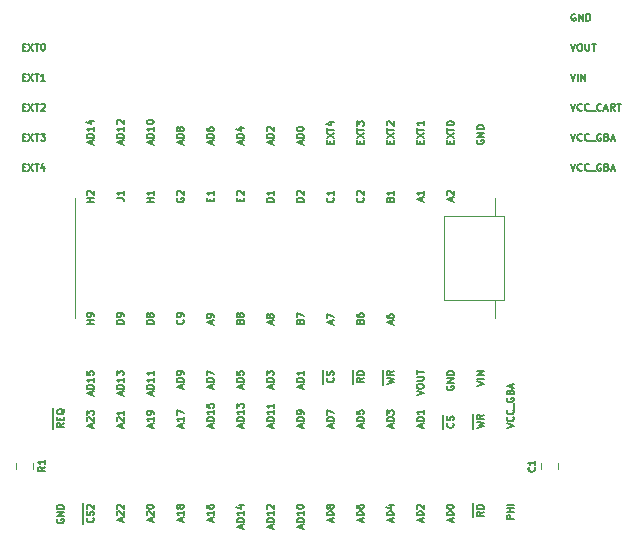
<source format=gbr>
G04 #@! TF.GenerationSoftware,KiCad,Pcbnew,(5.1.5)-3*
G04 #@! TF.CreationDate,2022-01-30T10:55:24+01:00*
G04 #@! TF.ProjectId,pcb,7063622e-6b69-4636-9164-5f7063625858,rev?*
G04 #@! TF.SameCoordinates,Original*
G04 #@! TF.FileFunction,Legend,Top*
G04 #@! TF.FilePolarity,Positive*
%FSLAX46Y46*%
G04 Gerber Fmt 4.6, Leading zero omitted, Abs format (unit mm)*
G04 Created by KiCad (PCBNEW (5.1.5)-3) date 2022-01-30 10:55:24*
%MOMM*%
%LPD*%
G04 APERTURE LIST*
%ADD10C,0.120000*%
%ADD11C,0.150000*%
G04 APERTURE END LIST*
D10*
X80391000Y-114935000D02*
X80391000Y-113411000D01*
X80391000Y-104775000D02*
X80391000Y-106299000D01*
X44831000Y-104775000D02*
X44831000Y-114935000D01*
X81153000Y-106299000D02*
X76073000Y-106299000D01*
X81153000Y-113411000D02*
X81153000Y-106299000D01*
X81153000Y-113411000D02*
X76073000Y-113411000D01*
X76073000Y-106299000D02*
X76073000Y-113411000D01*
X41210000Y-127786252D02*
X41210000Y-127263748D01*
X39790000Y-127786252D02*
X39790000Y-127263748D01*
X85710000Y-127786252D02*
X85710000Y-127263748D01*
X84290000Y-127786252D02*
X84290000Y-127263748D01*
D11*
X46372428Y-115456642D02*
X45772428Y-115456642D01*
X46058142Y-115456642D02*
X46058142Y-115113785D01*
X46372428Y-115113785D02*
X45772428Y-115113785D01*
X46372428Y-114799500D02*
X46372428Y-114685214D01*
X46343857Y-114628071D01*
X46315285Y-114599500D01*
X46229571Y-114542357D01*
X46115285Y-114513785D01*
X45886714Y-114513785D01*
X45829571Y-114542357D01*
X45801000Y-114570928D01*
X45772428Y-114628071D01*
X45772428Y-114742357D01*
X45801000Y-114799500D01*
X45829571Y-114828071D01*
X45886714Y-114856642D01*
X46029571Y-114856642D01*
X46086714Y-114828071D01*
X46115285Y-114799500D01*
X46143857Y-114742357D01*
X46143857Y-114628071D01*
X46115285Y-114570928D01*
X46086714Y-114542357D01*
X46029571Y-114513785D01*
X53935285Y-115113785D02*
X53963857Y-115142357D01*
X53992428Y-115228071D01*
X53992428Y-115285214D01*
X53963857Y-115370928D01*
X53906714Y-115428071D01*
X53849571Y-115456642D01*
X53735285Y-115485214D01*
X53649571Y-115485214D01*
X53535285Y-115456642D01*
X53478142Y-115428071D01*
X53421000Y-115370928D01*
X53392428Y-115285214D01*
X53392428Y-115228071D01*
X53421000Y-115142357D01*
X53449571Y-115113785D01*
X53992428Y-114828071D02*
X53992428Y-114713785D01*
X53963857Y-114656642D01*
X53935285Y-114628071D01*
X53849571Y-114570928D01*
X53735285Y-114542357D01*
X53506714Y-114542357D01*
X53449571Y-114570928D01*
X53421000Y-114599500D01*
X53392428Y-114656642D01*
X53392428Y-114770928D01*
X53421000Y-114828071D01*
X53449571Y-114856642D01*
X53506714Y-114885214D01*
X53649571Y-114885214D01*
X53706714Y-114856642D01*
X53735285Y-114828071D01*
X53763857Y-114770928D01*
X53763857Y-114656642D01*
X53735285Y-114599500D01*
X53706714Y-114570928D01*
X53649571Y-114542357D01*
X48912428Y-115456642D02*
X48312428Y-115456642D01*
X48312428Y-115313785D01*
X48341000Y-115228071D01*
X48398142Y-115170928D01*
X48455285Y-115142357D01*
X48569571Y-115113785D01*
X48655285Y-115113785D01*
X48769571Y-115142357D01*
X48826714Y-115170928D01*
X48883857Y-115228071D01*
X48912428Y-115313785D01*
X48912428Y-115456642D01*
X48912428Y-114828071D02*
X48912428Y-114713785D01*
X48883857Y-114656642D01*
X48855285Y-114628071D01*
X48769571Y-114570928D01*
X48655285Y-114542357D01*
X48426714Y-114542357D01*
X48369571Y-114570928D01*
X48341000Y-114599500D01*
X48312428Y-114656642D01*
X48312428Y-114770928D01*
X48341000Y-114828071D01*
X48369571Y-114856642D01*
X48426714Y-114885214D01*
X48569571Y-114885214D01*
X48626714Y-114856642D01*
X48655285Y-114828071D01*
X48683857Y-114770928D01*
X48683857Y-114656642D01*
X48655285Y-114599500D01*
X48626714Y-114570928D01*
X48569571Y-114542357D01*
X66521000Y-115485214D02*
X66521000Y-115199500D01*
X66692428Y-115542357D02*
X66092428Y-115342357D01*
X66692428Y-115142357D01*
X66092428Y-114999500D02*
X66092428Y-114599500D01*
X66692428Y-114856642D01*
X58758142Y-115256642D02*
X58786714Y-115170928D01*
X58815285Y-115142357D01*
X58872428Y-115113785D01*
X58958142Y-115113785D01*
X59015285Y-115142357D01*
X59043857Y-115170928D01*
X59072428Y-115228071D01*
X59072428Y-115456642D01*
X58472428Y-115456642D01*
X58472428Y-115256642D01*
X58501000Y-115199500D01*
X58529571Y-115170928D01*
X58586714Y-115142357D01*
X58643857Y-115142357D01*
X58701000Y-115170928D01*
X58729571Y-115199500D01*
X58758142Y-115256642D01*
X58758142Y-115456642D01*
X58729571Y-114770928D02*
X58701000Y-114828071D01*
X58672428Y-114856642D01*
X58615285Y-114885214D01*
X58586714Y-114885214D01*
X58529571Y-114856642D01*
X58501000Y-114828071D01*
X58472428Y-114770928D01*
X58472428Y-114656642D01*
X58501000Y-114599500D01*
X58529571Y-114570928D01*
X58586714Y-114542357D01*
X58615285Y-114542357D01*
X58672428Y-114570928D01*
X58701000Y-114599500D01*
X58729571Y-114656642D01*
X58729571Y-114770928D01*
X58758142Y-114828071D01*
X58786714Y-114856642D01*
X58843857Y-114885214D01*
X58958142Y-114885214D01*
X59015285Y-114856642D01*
X59043857Y-114828071D01*
X59072428Y-114770928D01*
X59072428Y-114656642D01*
X59043857Y-114599500D01*
X59015285Y-114570928D01*
X58958142Y-114542357D01*
X58843857Y-114542357D01*
X58786714Y-114570928D01*
X58758142Y-114599500D01*
X58729571Y-114656642D01*
X56361000Y-115485214D02*
X56361000Y-115199500D01*
X56532428Y-115542357D02*
X55932428Y-115342357D01*
X56532428Y-115142357D01*
X56532428Y-114913785D02*
X56532428Y-114799500D01*
X56503857Y-114742357D01*
X56475285Y-114713785D01*
X56389571Y-114656642D01*
X56275285Y-114628071D01*
X56046714Y-114628071D01*
X55989571Y-114656642D01*
X55961000Y-114685214D01*
X55932428Y-114742357D01*
X55932428Y-114856642D01*
X55961000Y-114913785D01*
X55989571Y-114942357D01*
X56046714Y-114970928D01*
X56189571Y-114970928D01*
X56246714Y-114942357D01*
X56275285Y-114913785D01*
X56303857Y-114856642D01*
X56303857Y-114742357D01*
X56275285Y-114685214D01*
X56246714Y-114656642D01*
X56189571Y-114628071D01*
X71601000Y-115485214D02*
X71601000Y-115199500D01*
X71772428Y-115542357D02*
X71172428Y-115342357D01*
X71772428Y-115142357D01*
X71172428Y-114685214D02*
X71172428Y-114799500D01*
X71201000Y-114856642D01*
X71229571Y-114885214D01*
X71315285Y-114942357D01*
X71429571Y-114970928D01*
X71658142Y-114970928D01*
X71715285Y-114942357D01*
X71743857Y-114913785D01*
X71772428Y-114856642D01*
X71772428Y-114742357D01*
X71743857Y-114685214D01*
X71715285Y-114656642D01*
X71658142Y-114628071D01*
X71515285Y-114628071D01*
X71458142Y-114656642D01*
X71429571Y-114685214D01*
X71401000Y-114742357D01*
X71401000Y-114856642D01*
X71429571Y-114913785D01*
X71458142Y-114942357D01*
X71515285Y-114970928D01*
X63838142Y-115256642D02*
X63866714Y-115170928D01*
X63895285Y-115142357D01*
X63952428Y-115113785D01*
X64038142Y-115113785D01*
X64095285Y-115142357D01*
X64123857Y-115170928D01*
X64152428Y-115228071D01*
X64152428Y-115456642D01*
X63552428Y-115456642D01*
X63552428Y-115256642D01*
X63581000Y-115199500D01*
X63609571Y-115170928D01*
X63666714Y-115142357D01*
X63723857Y-115142357D01*
X63781000Y-115170928D01*
X63809571Y-115199500D01*
X63838142Y-115256642D01*
X63838142Y-115456642D01*
X63552428Y-114913785D02*
X63552428Y-114513785D01*
X64152428Y-114770928D01*
X61441000Y-115485214D02*
X61441000Y-115199500D01*
X61612428Y-115542357D02*
X61012428Y-115342357D01*
X61612428Y-115142357D01*
X61269571Y-114856642D02*
X61241000Y-114913785D01*
X61212428Y-114942357D01*
X61155285Y-114970928D01*
X61126714Y-114970928D01*
X61069571Y-114942357D01*
X61041000Y-114913785D01*
X61012428Y-114856642D01*
X61012428Y-114742357D01*
X61041000Y-114685214D01*
X61069571Y-114656642D01*
X61126714Y-114628071D01*
X61155285Y-114628071D01*
X61212428Y-114656642D01*
X61241000Y-114685214D01*
X61269571Y-114742357D01*
X61269571Y-114856642D01*
X61298142Y-114913785D01*
X61326714Y-114942357D01*
X61383857Y-114970928D01*
X61498142Y-114970928D01*
X61555285Y-114942357D01*
X61583857Y-114913785D01*
X61612428Y-114856642D01*
X61612428Y-114742357D01*
X61583857Y-114685214D01*
X61555285Y-114656642D01*
X61498142Y-114628071D01*
X61383857Y-114628071D01*
X61326714Y-114656642D01*
X61298142Y-114685214D01*
X61269571Y-114742357D01*
X68918142Y-115256642D02*
X68946714Y-115170928D01*
X68975285Y-115142357D01*
X69032428Y-115113785D01*
X69118142Y-115113785D01*
X69175285Y-115142357D01*
X69203857Y-115170928D01*
X69232428Y-115228071D01*
X69232428Y-115456642D01*
X68632428Y-115456642D01*
X68632428Y-115256642D01*
X68661000Y-115199500D01*
X68689571Y-115170928D01*
X68746714Y-115142357D01*
X68803857Y-115142357D01*
X68861000Y-115170928D01*
X68889571Y-115199500D01*
X68918142Y-115256642D01*
X68918142Y-115456642D01*
X68632428Y-114599500D02*
X68632428Y-114713785D01*
X68661000Y-114770928D01*
X68689571Y-114799500D01*
X68775285Y-114856642D01*
X68889571Y-114885214D01*
X69118142Y-114885214D01*
X69175285Y-114856642D01*
X69203857Y-114828071D01*
X69232428Y-114770928D01*
X69232428Y-114656642D01*
X69203857Y-114599500D01*
X69175285Y-114570928D01*
X69118142Y-114542357D01*
X68975285Y-114542357D01*
X68918142Y-114570928D01*
X68889571Y-114599500D01*
X68861000Y-114656642D01*
X68861000Y-114770928D01*
X68889571Y-114828071D01*
X68918142Y-114856642D01*
X68975285Y-114885214D01*
X51452428Y-115456642D02*
X50852428Y-115456642D01*
X50852428Y-115313785D01*
X50881000Y-115228071D01*
X50938142Y-115170928D01*
X50995285Y-115142357D01*
X51109571Y-115113785D01*
X51195285Y-115113785D01*
X51309571Y-115142357D01*
X51366714Y-115170928D01*
X51423857Y-115228071D01*
X51452428Y-115313785D01*
X51452428Y-115456642D01*
X51109571Y-114770928D02*
X51081000Y-114828071D01*
X51052428Y-114856642D01*
X50995285Y-114885214D01*
X50966714Y-114885214D01*
X50909571Y-114856642D01*
X50881000Y-114828071D01*
X50852428Y-114770928D01*
X50852428Y-114656642D01*
X50881000Y-114599500D01*
X50909571Y-114570928D01*
X50966714Y-114542357D01*
X50995285Y-114542357D01*
X51052428Y-114570928D01*
X51081000Y-114599500D01*
X51109571Y-114656642D01*
X51109571Y-114770928D01*
X51138142Y-114828071D01*
X51166714Y-114856642D01*
X51223857Y-114885214D01*
X51338142Y-114885214D01*
X51395285Y-114856642D01*
X51423857Y-114828071D01*
X51452428Y-114770928D01*
X51452428Y-114656642D01*
X51423857Y-114599500D01*
X51395285Y-114570928D01*
X51338142Y-114542357D01*
X51223857Y-114542357D01*
X51166714Y-114570928D01*
X51138142Y-114599500D01*
X51109571Y-114656642D01*
X53421000Y-104824785D02*
X53392428Y-104881928D01*
X53392428Y-104967642D01*
X53421000Y-105053357D01*
X53478142Y-105110500D01*
X53535285Y-105139071D01*
X53649571Y-105167642D01*
X53735285Y-105167642D01*
X53849571Y-105139071D01*
X53906714Y-105110500D01*
X53963857Y-105053357D01*
X53992428Y-104967642D01*
X53992428Y-104910500D01*
X53963857Y-104824785D01*
X53935285Y-104796214D01*
X53735285Y-104796214D01*
X53735285Y-104910500D01*
X53449571Y-104567642D02*
X53421000Y-104539071D01*
X53392428Y-104481928D01*
X53392428Y-104339071D01*
X53421000Y-104281928D01*
X53449571Y-104253357D01*
X53506714Y-104224785D01*
X53563857Y-104224785D01*
X53649571Y-104253357D01*
X53992428Y-104596214D01*
X53992428Y-104224785D01*
X69175285Y-104796214D02*
X69203857Y-104824785D01*
X69232428Y-104910500D01*
X69232428Y-104967642D01*
X69203857Y-105053357D01*
X69146714Y-105110500D01*
X69089571Y-105139071D01*
X68975285Y-105167642D01*
X68889571Y-105167642D01*
X68775285Y-105139071D01*
X68718142Y-105110500D01*
X68661000Y-105053357D01*
X68632428Y-104967642D01*
X68632428Y-104910500D01*
X68661000Y-104824785D01*
X68689571Y-104796214D01*
X68689571Y-104567642D02*
X68661000Y-104539071D01*
X68632428Y-104481928D01*
X68632428Y-104339071D01*
X68661000Y-104281928D01*
X68689571Y-104253357D01*
X68746714Y-104224785D01*
X68803857Y-104224785D01*
X68889571Y-104253357D01*
X69232428Y-104596214D01*
X69232428Y-104224785D01*
X46372428Y-105167642D02*
X45772428Y-105167642D01*
X46058142Y-105167642D02*
X46058142Y-104824785D01*
X46372428Y-104824785D02*
X45772428Y-104824785D01*
X45829571Y-104567642D02*
X45801000Y-104539071D01*
X45772428Y-104481928D01*
X45772428Y-104339071D01*
X45801000Y-104281928D01*
X45829571Y-104253357D01*
X45886714Y-104224785D01*
X45943857Y-104224785D01*
X46029571Y-104253357D01*
X46372428Y-104596214D01*
X46372428Y-104224785D01*
X74141000Y-105081928D02*
X74141000Y-104796214D01*
X74312428Y-105139071D02*
X73712428Y-104939071D01*
X74312428Y-104739071D01*
X74312428Y-104224785D02*
X74312428Y-104567642D01*
X74312428Y-104396214D02*
X73712428Y-104396214D01*
X73798142Y-104453357D01*
X73855285Y-104510500D01*
X73883857Y-104567642D01*
X58758142Y-105081928D02*
X58758142Y-104881928D01*
X59072428Y-104796214D02*
X59072428Y-105081928D01*
X58472428Y-105081928D01*
X58472428Y-104796214D01*
X58529571Y-104567642D02*
X58501000Y-104539071D01*
X58472428Y-104481928D01*
X58472428Y-104339071D01*
X58501000Y-104281928D01*
X58529571Y-104253357D01*
X58586714Y-104224785D01*
X58643857Y-104224785D01*
X58729571Y-104253357D01*
X59072428Y-104596214D01*
X59072428Y-104224785D01*
X71458142Y-104939071D02*
X71486714Y-104853357D01*
X71515285Y-104824785D01*
X71572428Y-104796214D01*
X71658142Y-104796214D01*
X71715285Y-104824785D01*
X71743857Y-104853357D01*
X71772428Y-104910500D01*
X71772428Y-105139071D01*
X71172428Y-105139071D01*
X71172428Y-104939071D01*
X71201000Y-104881928D01*
X71229571Y-104853357D01*
X71286714Y-104824785D01*
X71343857Y-104824785D01*
X71401000Y-104853357D01*
X71429571Y-104881928D01*
X71458142Y-104939071D01*
X71458142Y-105139071D01*
X71772428Y-104224785D02*
X71772428Y-104567642D01*
X71772428Y-104396214D02*
X71172428Y-104396214D01*
X71258142Y-104453357D01*
X71315285Y-104510500D01*
X71343857Y-104567642D01*
X51452428Y-105167642D02*
X50852428Y-105167642D01*
X51138142Y-105167642D02*
X51138142Y-104824785D01*
X51452428Y-104824785D02*
X50852428Y-104824785D01*
X51452428Y-104224785D02*
X51452428Y-104567642D01*
X51452428Y-104396214D02*
X50852428Y-104396214D01*
X50938142Y-104453357D01*
X50995285Y-104510500D01*
X51023857Y-104567642D01*
X66635285Y-104796214D02*
X66663857Y-104824785D01*
X66692428Y-104910500D01*
X66692428Y-104967642D01*
X66663857Y-105053357D01*
X66606714Y-105110500D01*
X66549571Y-105139071D01*
X66435285Y-105167642D01*
X66349571Y-105167642D01*
X66235285Y-105139071D01*
X66178142Y-105110500D01*
X66121000Y-105053357D01*
X66092428Y-104967642D01*
X66092428Y-104910500D01*
X66121000Y-104824785D01*
X66149571Y-104796214D01*
X66692428Y-104224785D02*
X66692428Y-104567642D01*
X66692428Y-104396214D02*
X66092428Y-104396214D01*
X66178142Y-104453357D01*
X66235285Y-104510500D01*
X66263857Y-104567642D01*
X56218142Y-105081928D02*
X56218142Y-104881928D01*
X56532428Y-104796214D02*
X56532428Y-105081928D01*
X55932428Y-105081928D01*
X55932428Y-104796214D01*
X56532428Y-104224785D02*
X56532428Y-104567642D01*
X56532428Y-104396214D02*
X55932428Y-104396214D01*
X56018142Y-104453357D01*
X56075285Y-104510500D01*
X56103857Y-104567642D01*
X76681000Y-105081928D02*
X76681000Y-104796214D01*
X76852428Y-105139071D02*
X76252428Y-104939071D01*
X76852428Y-104739071D01*
X76309571Y-104567642D02*
X76281000Y-104539071D01*
X76252428Y-104481928D01*
X76252428Y-104339071D01*
X76281000Y-104281928D01*
X76309571Y-104253357D01*
X76366714Y-104224785D01*
X76423857Y-104224785D01*
X76509571Y-104253357D01*
X76852428Y-104596214D01*
X76852428Y-104224785D01*
X64152428Y-105139071D02*
X63552428Y-105139071D01*
X63552428Y-104996214D01*
X63581000Y-104910500D01*
X63638142Y-104853357D01*
X63695285Y-104824785D01*
X63809571Y-104796214D01*
X63895285Y-104796214D01*
X64009571Y-104824785D01*
X64066714Y-104853357D01*
X64123857Y-104910500D01*
X64152428Y-104996214D01*
X64152428Y-105139071D01*
X63609571Y-104567642D02*
X63581000Y-104539071D01*
X63552428Y-104481928D01*
X63552428Y-104339071D01*
X63581000Y-104281928D01*
X63609571Y-104253357D01*
X63666714Y-104224785D01*
X63723857Y-104224785D01*
X63809571Y-104253357D01*
X64152428Y-104596214D01*
X64152428Y-104224785D01*
X48312428Y-104824785D02*
X48741000Y-104824785D01*
X48826714Y-104853357D01*
X48883857Y-104910500D01*
X48912428Y-104996214D01*
X48912428Y-105053357D01*
X48912428Y-104224785D02*
X48912428Y-104567642D01*
X48912428Y-104396214D02*
X48312428Y-104396214D01*
X48398142Y-104453357D01*
X48455285Y-104510500D01*
X48483857Y-104567642D01*
X61612428Y-105139071D02*
X61012428Y-105139071D01*
X61012428Y-104996214D01*
X61041000Y-104910500D01*
X61098142Y-104853357D01*
X61155285Y-104824785D01*
X61269571Y-104796214D01*
X61355285Y-104796214D01*
X61469571Y-104824785D01*
X61526714Y-104853357D01*
X61583857Y-104910500D01*
X61612428Y-104996214D01*
X61612428Y-105139071D01*
X61612428Y-104224785D02*
X61612428Y-104567642D01*
X61612428Y-104396214D02*
X61012428Y-104396214D01*
X61098142Y-104453357D01*
X61155285Y-104510500D01*
X61183857Y-104567642D01*
X73712428Y-121521928D02*
X74312428Y-121321928D01*
X73712428Y-121121928D01*
X73712428Y-120807642D02*
X73712428Y-120693357D01*
X73741000Y-120636214D01*
X73798142Y-120579071D01*
X73912428Y-120550500D01*
X74112428Y-120550500D01*
X74226714Y-120579071D01*
X74283857Y-120636214D01*
X74312428Y-120693357D01*
X74312428Y-120807642D01*
X74283857Y-120864785D01*
X74226714Y-120921928D01*
X74112428Y-120950500D01*
X73912428Y-120950500D01*
X73798142Y-120921928D01*
X73741000Y-120864785D01*
X73712428Y-120807642D01*
X73712428Y-120293357D02*
X74198142Y-120293357D01*
X74255285Y-120264785D01*
X74283857Y-120236214D01*
X74312428Y-120179071D01*
X74312428Y-120064785D01*
X74283857Y-120007642D01*
X74255285Y-119979071D01*
X74198142Y-119950500D01*
X73712428Y-119950500D01*
X73712428Y-119750500D02*
X73712428Y-119407642D01*
X74312428Y-119579071D02*
X73712428Y-119579071D01*
X70874000Y-120636214D02*
X70874000Y-119950500D01*
X71172428Y-120550500D02*
X71772428Y-120407642D01*
X71343857Y-120293357D01*
X71772428Y-120179071D01*
X71172428Y-120036214D01*
X70874000Y-119950500D02*
X70874000Y-119350500D01*
X71772428Y-119464785D02*
X71486714Y-119664785D01*
X71772428Y-119807642D02*
X71172428Y-119807642D01*
X71172428Y-119579071D01*
X71201000Y-119521928D01*
X71229571Y-119493357D01*
X71286714Y-119464785D01*
X71372428Y-119464785D01*
X71429571Y-119493357D01*
X71458142Y-119521928D01*
X71486714Y-119579071D01*
X71486714Y-119807642D01*
X68334000Y-120550500D02*
X68334000Y-119950500D01*
X69232428Y-120064785D02*
X68946714Y-120264785D01*
X69232428Y-120407642D02*
X68632428Y-120407642D01*
X68632428Y-120179071D01*
X68661000Y-120121928D01*
X68689571Y-120093357D01*
X68746714Y-120064785D01*
X68832428Y-120064785D01*
X68889571Y-120093357D01*
X68918142Y-120121928D01*
X68946714Y-120179071D01*
X68946714Y-120407642D01*
X68334000Y-119950500D02*
X68334000Y-119350500D01*
X69232428Y-119807642D02*
X68632428Y-119807642D01*
X68632428Y-119664785D01*
X68661000Y-119579071D01*
X68718142Y-119521928D01*
X68775285Y-119493357D01*
X68889571Y-119464785D01*
X68975285Y-119464785D01*
X69089571Y-119493357D01*
X69146714Y-119521928D01*
X69203857Y-119579071D01*
X69232428Y-119664785D01*
X69232428Y-119807642D01*
X78792428Y-120721928D02*
X79392428Y-120521928D01*
X78792428Y-120321928D01*
X79392428Y-120121928D02*
X78792428Y-120121928D01*
X79392428Y-119836214D02*
X78792428Y-119836214D01*
X79392428Y-119493357D01*
X78792428Y-119493357D01*
X76281000Y-120721928D02*
X76252428Y-120779071D01*
X76252428Y-120864785D01*
X76281000Y-120950500D01*
X76338142Y-121007642D01*
X76395285Y-121036214D01*
X76509571Y-121064785D01*
X76595285Y-121064785D01*
X76709571Y-121036214D01*
X76766714Y-121007642D01*
X76823857Y-120950500D01*
X76852428Y-120864785D01*
X76852428Y-120807642D01*
X76823857Y-120721928D01*
X76795285Y-120693357D01*
X76595285Y-120693357D01*
X76595285Y-120807642D01*
X76852428Y-120436214D02*
X76252428Y-120436214D01*
X76852428Y-120093357D01*
X76252428Y-120093357D01*
X76852428Y-119807642D02*
X76252428Y-119807642D01*
X76252428Y-119664785D01*
X76281000Y-119579071D01*
X76338142Y-119521928D01*
X76395285Y-119493357D01*
X76509571Y-119464785D01*
X76595285Y-119464785D01*
X76709571Y-119493357D01*
X76766714Y-119521928D01*
X76823857Y-119579071D01*
X76852428Y-119664785D01*
X76852428Y-119807642D01*
X56361000Y-120921928D02*
X56361000Y-120636214D01*
X56532428Y-120979071D02*
X55932428Y-120779071D01*
X56532428Y-120579071D01*
X56532428Y-120379071D02*
X55932428Y-120379071D01*
X55932428Y-120236214D01*
X55961000Y-120150500D01*
X56018142Y-120093357D01*
X56075285Y-120064785D01*
X56189571Y-120036214D01*
X56275285Y-120036214D01*
X56389571Y-120064785D01*
X56446714Y-120093357D01*
X56503857Y-120150500D01*
X56532428Y-120236214D01*
X56532428Y-120379071D01*
X55932428Y-119836214D02*
X55932428Y-119436214D01*
X56532428Y-119693357D01*
X65794000Y-120521928D02*
X65794000Y-119921928D01*
X66635285Y-120036214D02*
X66663857Y-120064785D01*
X66692428Y-120150500D01*
X66692428Y-120207642D01*
X66663857Y-120293357D01*
X66606714Y-120350500D01*
X66549571Y-120379071D01*
X66435285Y-120407642D01*
X66349571Y-120407642D01*
X66235285Y-120379071D01*
X66178142Y-120350500D01*
X66121000Y-120293357D01*
X66092428Y-120207642D01*
X66092428Y-120150500D01*
X66121000Y-120064785D01*
X66149571Y-120036214D01*
X65794000Y-119921928D02*
X65794000Y-119350500D01*
X66663857Y-119807642D02*
X66692428Y-119721928D01*
X66692428Y-119579071D01*
X66663857Y-119521928D01*
X66635285Y-119493357D01*
X66578142Y-119464785D01*
X66521000Y-119464785D01*
X66463857Y-119493357D01*
X66435285Y-119521928D01*
X66406714Y-119579071D01*
X66378142Y-119693357D01*
X66349571Y-119750500D01*
X66321000Y-119779071D01*
X66263857Y-119807642D01*
X66206714Y-119807642D01*
X66149571Y-119779071D01*
X66121000Y-119750500D01*
X66092428Y-119693357D01*
X66092428Y-119550500D01*
X66121000Y-119464785D01*
X58901000Y-120921928D02*
X58901000Y-120636214D01*
X59072428Y-120979071D02*
X58472428Y-120779071D01*
X59072428Y-120579071D01*
X59072428Y-120379071D02*
X58472428Y-120379071D01*
X58472428Y-120236214D01*
X58501000Y-120150500D01*
X58558142Y-120093357D01*
X58615285Y-120064785D01*
X58729571Y-120036214D01*
X58815285Y-120036214D01*
X58929571Y-120064785D01*
X58986714Y-120093357D01*
X59043857Y-120150500D01*
X59072428Y-120236214D01*
X59072428Y-120379071D01*
X58472428Y-119493357D02*
X58472428Y-119779071D01*
X58758142Y-119807642D01*
X58729571Y-119779071D01*
X58701000Y-119721928D01*
X58701000Y-119579071D01*
X58729571Y-119521928D01*
X58758142Y-119493357D01*
X58815285Y-119464785D01*
X58958142Y-119464785D01*
X59015285Y-119493357D01*
X59043857Y-119521928D01*
X59072428Y-119579071D01*
X59072428Y-119721928D01*
X59043857Y-119779071D01*
X59015285Y-119807642D01*
X46201000Y-121493357D02*
X46201000Y-121207642D01*
X46372428Y-121550500D02*
X45772428Y-121350500D01*
X46372428Y-121150500D01*
X46372428Y-120950500D02*
X45772428Y-120950500D01*
X45772428Y-120807642D01*
X45801000Y-120721928D01*
X45858142Y-120664785D01*
X45915285Y-120636214D01*
X46029571Y-120607642D01*
X46115285Y-120607642D01*
X46229571Y-120636214D01*
X46286714Y-120664785D01*
X46343857Y-120721928D01*
X46372428Y-120807642D01*
X46372428Y-120950500D01*
X46372428Y-120036214D02*
X46372428Y-120379071D01*
X46372428Y-120207642D02*
X45772428Y-120207642D01*
X45858142Y-120264785D01*
X45915285Y-120321928D01*
X45943857Y-120379071D01*
X45772428Y-119493357D02*
X45772428Y-119779071D01*
X46058142Y-119807642D01*
X46029571Y-119779071D01*
X46001000Y-119721928D01*
X46001000Y-119579071D01*
X46029571Y-119521928D01*
X46058142Y-119493357D01*
X46115285Y-119464785D01*
X46258142Y-119464785D01*
X46315285Y-119493357D01*
X46343857Y-119521928D01*
X46372428Y-119579071D01*
X46372428Y-119721928D01*
X46343857Y-119779071D01*
X46315285Y-119807642D01*
X61441000Y-120921928D02*
X61441000Y-120636214D01*
X61612428Y-120979071D02*
X61012428Y-120779071D01*
X61612428Y-120579071D01*
X61612428Y-120379071D02*
X61012428Y-120379071D01*
X61012428Y-120236214D01*
X61041000Y-120150500D01*
X61098142Y-120093357D01*
X61155285Y-120064785D01*
X61269571Y-120036214D01*
X61355285Y-120036214D01*
X61469571Y-120064785D01*
X61526714Y-120093357D01*
X61583857Y-120150500D01*
X61612428Y-120236214D01*
X61612428Y-120379071D01*
X61012428Y-119836214D02*
X61012428Y-119464785D01*
X61241000Y-119664785D01*
X61241000Y-119579071D01*
X61269571Y-119521928D01*
X61298142Y-119493357D01*
X61355285Y-119464785D01*
X61498142Y-119464785D01*
X61555285Y-119493357D01*
X61583857Y-119521928D01*
X61612428Y-119579071D01*
X61612428Y-119750500D01*
X61583857Y-119807642D01*
X61555285Y-119836214D01*
X53821000Y-120921928D02*
X53821000Y-120636214D01*
X53992428Y-120979071D02*
X53392428Y-120779071D01*
X53992428Y-120579071D01*
X53992428Y-120379071D02*
X53392428Y-120379071D01*
X53392428Y-120236214D01*
X53421000Y-120150500D01*
X53478142Y-120093357D01*
X53535285Y-120064785D01*
X53649571Y-120036214D01*
X53735285Y-120036214D01*
X53849571Y-120064785D01*
X53906714Y-120093357D01*
X53963857Y-120150500D01*
X53992428Y-120236214D01*
X53992428Y-120379071D01*
X53992428Y-119750500D02*
X53992428Y-119636214D01*
X53963857Y-119579071D01*
X53935285Y-119550500D01*
X53849571Y-119493357D01*
X53735285Y-119464785D01*
X53506714Y-119464785D01*
X53449571Y-119493357D01*
X53421000Y-119521928D01*
X53392428Y-119579071D01*
X53392428Y-119693357D01*
X53421000Y-119750500D01*
X53449571Y-119779071D01*
X53506714Y-119807642D01*
X53649571Y-119807642D01*
X53706714Y-119779071D01*
X53735285Y-119750500D01*
X53763857Y-119693357D01*
X53763857Y-119579071D01*
X53735285Y-119521928D01*
X53706714Y-119493357D01*
X53649571Y-119464785D01*
X51281000Y-121493357D02*
X51281000Y-121207642D01*
X51452428Y-121550500D02*
X50852428Y-121350500D01*
X51452428Y-121150500D01*
X51452428Y-120950500D02*
X50852428Y-120950500D01*
X50852428Y-120807642D01*
X50881000Y-120721928D01*
X50938142Y-120664785D01*
X50995285Y-120636214D01*
X51109571Y-120607642D01*
X51195285Y-120607642D01*
X51309571Y-120636214D01*
X51366714Y-120664785D01*
X51423857Y-120721928D01*
X51452428Y-120807642D01*
X51452428Y-120950500D01*
X51452428Y-120036214D02*
X51452428Y-120379071D01*
X51452428Y-120207642D02*
X50852428Y-120207642D01*
X50938142Y-120264785D01*
X50995285Y-120321928D01*
X51023857Y-120379071D01*
X51452428Y-119464785D02*
X51452428Y-119807642D01*
X51452428Y-119636214D02*
X50852428Y-119636214D01*
X50938142Y-119693357D01*
X50995285Y-119750500D01*
X51023857Y-119807642D01*
X48741000Y-121493357D02*
X48741000Y-121207642D01*
X48912428Y-121550500D02*
X48312428Y-121350500D01*
X48912428Y-121150500D01*
X48912428Y-120950500D02*
X48312428Y-120950500D01*
X48312428Y-120807642D01*
X48341000Y-120721928D01*
X48398142Y-120664785D01*
X48455285Y-120636214D01*
X48569571Y-120607642D01*
X48655285Y-120607642D01*
X48769571Y-120636214D01*
X48826714Y-120664785D01*
X48883857Y-120721928D01*
X48912428Y-120807642D01*
X48912428Y-120950500D01*
X48912428Y-120036214D02*
X48912428Y-120379071D01*
X48912428Y-120207642D02*
X48312428Y-120207642D01*
X48398142Y-120264785D01*
X48455285Y-120321928D01*
X48483857Y-120379071D01*
X48312428Y-119836214D02*
X48312428Y-119464785D01*
X48541000Y-119664785D01*
X48541000Y-119579071D01*
X48569571Y-119521928D01*
X48598142Y-119493357D01*
X48655285Y-119464785D01*
X48798142Y-119464785D01*
X48855285Y-119493357D01*
X48883857Y-119521928D01*
X48912428Y-119579071D01*
X48912428Y-119750500D01*
X48883857Y-119807642D01*
X48855285Y-119836214D01*
X63981000Y-120921928D02*
X63981000Y-120636214D01*
X64152428Y-120979071D02*
X63552428Y-120779071D01*
X64152428Y-120579071D01*
X64152428Y-120379071D02*
X63552428Y-120379071D01*
X63552428Y-120236214D01*
X63581000Y-120150500D01*
X63638142Y-120093357D01*
X63695285Y-120064785D01*
X63809571Y-120036214D01*
X63895285Y-120036214D01*
X64009571Y-120064785D01*
X64066714Y-120093357D01*
X64123857Y-120150500D01*
X64152428Y-120236214D01*
X64152428Y-120379071D01*
X64152428Y-119464785D02*
X64152428Y-119807642D01*
X64152428Y-119636214D02*
X63552428Y-119636214D01*
X63638142Y-119693357D01*
X63695285Y-119750500D01*
X63723857Y-119807642D01*
X68918142Y-100216642D02*
X68918142Y-100016642D01*
X69232428Y-99930928D02*
X69232428Y-100216642D01*
X68632428Y-100216642D01*
X68632428Y-99930928D01*
X68632428Y-99730928D02*
X69232428Y-99330928D01*
X68632428Y-99330928D02*
X69232428Y-99730928D01*
X68632428Y-99188071D02*
X68632428Y-98845214D01*
X69232428Y-99016642D02*
X68632428Y-99016642D01*
X68632428Y-98702357D02*
X68632428Y-98330928D01*
X68861000Y-98530928D01*
X68861000Y-98445214D01*
X68889571Y-98388071D01*
X68918142Y-98359500D01*
X68975285Y-98330928D01*
X69118142Y-98330928D01*
X69175285Y-98359500D01*
X69203857Y-98388071D01*
X69232428Y-98445214D01*
X69232428Y-98616642D01*
X69203857Y-98673785D01*
X69175285Y-98702357D01*
X78821000Y-99902357D02*
X78792428Y-99959500D01*
X78792428Y-100045214D01*
X78821000Y-100130928D01*
X78878142Y-100188071D01*
X78935285Y-100216642D01*
X79049571Y-100245214D01*
X79135285Y-100245214D01*
X79249571Y-100216642D01*
X79306714Y-100188071D01*
X79363857Y-100130928D01*
X79392428Y-100045214D01*
X79392428Y-99988071D01*
X79363857Y-99902357D01*
X79335285Y-99873785D01*
X79135285Y-99873785D01*
X79135285Y-99988071D01*
X79392428Y-99616642D02*
X78792428Y-99616642D01*
X79392428Y-99273785D01*
X78792428Y-99273785D01*
X79392428Y-98988071D02*
X78792428Y-98988071D01*
X78792428Y-98845214D01*
X78821000Y-98759500D01*
X78878142Y-98702357D01*
X78935285Y-98673785D01*
X79049571Y-98645214D01*
X79135285Y-98645214D01*
X79249571Y-98673785D01*
X79306714Y-98702357D01*
X79363857Y-98759500D01*
X79392428Y-98845214D01*
X79392428Y-98988071D01*
X76538142Y-100216642D02*
X76538142Y-100016642D01*
X76852428Y-99930928D02*
X76852428Y-100216642D01*
X76252428Y-100216642D01*
X76252428Y-99930928D01*
X76252428Y-99730928D02*
X76852428Y-99330928D01*
X76252428Y-99330928D02*
X76852428Y-99730928D01*
X76252428Y-99188071D02*
X76252428Y-98845214D01*
X76852428Y-99016642D02*
X76252428Y-99016642D01*
X76252428Y-98530928D02*
X76252428Y-98473785D01*
X76281000Y-98416642D01*
X76309571Y-98388071D01*
X76366714Y-98359500D01*
X76481000Y-98330928D01*
X76623857Y-98330928D01*
X76738142Y-98359500D01*
X76795285Y-98388071D01*
X76823857Y-98416642D01*
X76852428Y-98473785D01*
X76852428Y-98530928D01*
X76823857Y-98588071D01*
X76795285Y-98616642D01*
X76738142Y-98645214D01*
X76623857Y-98673785D01*
X76481000Y-98673785D01*
X76366714Y-98645214D01*
X76309571Y-98616642D01*
X76281000Y-98588071D01*
X76252428Y-98530928D01*
X73998142Y-100216642D02*
X73998142Y-100016642D01*
X74312428Y-99930928D02*
X74312428Y-100216642D01*
X73712428Y-100216642D01*
X73712428Y-99930928D01*
X73712428Y-99730928D02*
X74312428Y-99330928D01*
X73712428Y-99330928D02*
X74312428Y-99730928D01*
X73712428Y-99188071D02*
X73712428Y-98845214D01*
X74312428Y-99016642D02*
X73712428Y-99016642D01*
X74312428Y-98330928D02*
X74312428Y-98673785D01*
X74312428Y-98502357D02*
X73712428Y-98502357D01*
X73798142Y-98559500D01*
X73855285Y-98616642D01*
X73883857Y-98673785D01*
X71458142Y-100216642D02*
X71458142Y-100016642D01*
X71772428Y-99930928D02*
X71772428Y-100216642D01*
X71172428Y-100216642D01*
X71172428Y-99930928D01*
X71172428Y-99730928D02*
X71772428Y-99330928D01*
X71172428Y-99330928D02*
X71772428Y-99730928D01*
X71172428Y-99188071D02*
X71172428Y-98845214D01*
X71772428Y-99016642D02*
X71172428Y-99016642D01*
X71229571Y-98673785D02*
X71201000Y-98645214D01*
X71172428Y-98588071D01*
X71172428Y-98445214D01*
X71201000Y-98388071D01*
X71229571Y-98359500D01*
X71286714Y-98330928D01*
X71343857Y-98330928D01*
X71429571Y-98359500D01*
X71772428Y-98702357D01*
X71772428Y-98330928D01*
X66378142Y-100216642D02*
X66378142Y-100016642D01*
X66692428Y-99930928D02*
X66692428Y-100216642D01*
X66092428Y-100216642D01*
X66092428Y-99930928D01*
X66092428Y-99730928D02*
X66692428Y-99330928D01*
X66092428Y-99330928D02*
X66692428Y-99730928D01*
X66092428Y-99188071D02*
X66092428Y-98845214D01*
X66692428Y-99016642D02*
X66092428Y-99016642D01*
X66292428Y-98388071D02*
X66692428Y-98388071D01*
X66063857Y-98530928D02*
X66492428Y-98673785D01*
X66492428Y-98302357D01*
X63981000Y-100245214D02*
X63981000Y-99959500D01*
X64152428Y-100302357D02*
X63552428Y-100102357D01*
X64152428Y-99902357D01*
X64152428Y-99702357D02*
X63552428Y-99702357D01*
X63552428Y-99559500D01*
X63581000Y-99473785D01*
X63638142Y-99416642D01*
X63695285Y-99388071D01*
X63809571Y-99359500D01*
X63895285Y-99359500D01*
X64009571Y-99388071D01*
X64066714Y-99416642D01*
X64123857Y-99473785D01*
X64152428Y-99559500D01*
X64152428Y-99702357D01*
X63552428Y-98988071D02*
X63552428Y-98930928D01*
X63581000Y-98873785D01*
X63609571Y-98845214D01*
X63666714Y-98816642D01*
X63781000Y-98788071D01*
X63923857Y-98788071D01*
X64038142Y-98816642D01*
X64095285Y-98845214D01*
X64123857Y-98873785D01*
X64152428Y-98930928D01*
X64152428Y-98988071D01*
X64123857Y-99045214D01*
X64095285Y-99073785D01*
X64038142Y-99102357D01*
X63923857Y-99130928D01*
X63781000Y-99130928D01*
X63666714Y-99102357D01*
X63609571Y-99073785D01*
X63581000Y-99045214D01*
X63552428Y-98988071D01*
X56361000Y-100245214D02*
X56361000Y-99959500D01*
X56532428Y-100302357D02*
X55932428Y-100102357D01*
X56532428Y-99902357D01*
X56532428Y-99702357D02*
X55932428Y-99702357D01*
X55932428Y-99559500D01*
X55961000Y-99473785D01*
X56018142Y-99416642D01*
X56075285Y-99388071D01*
X56189571Y-99359500D01*
X56275285Y-99359500D01*
X56389571Y-99388071D01*
X56446714Y-99416642D01*
X56503857Y-99473785D01*
X56532428Y-99559500D01*
X56532428Y-99702357D01*
X55932428Y-98845214D02*
X55932428Y-98959500D01*
X55961000Y-99016642D01*
X55989571Y-99045214D01*
X56075285Y-99102357D01*
X56189571Y-99130928D01*
X56418142Y-99130928D01*
X56475285Y-99102357D01*
X56503857Y-99073785D01*
X56532428Y-99016642D01*
X56532428Y-98902357D01*
X56503857Y-98845214D01*
X56475285Y-98816642D01*
X56418142Y-98788071D01*
X56275285Y-98788071D01*
X56218142Y-98816642D01*
X56189571Y-98845214D01*
X56161000Y-98902357D01*
X56161000Y-99016642D01*
X56189571Y-99073785D01*
X56218142Y-99102357D01*
X56275285Y-99130928D01*
X58901000Y-100245214D02*
X58901000Y-99959500D01*
X59072428Y-100302357D02*
X58472428Y-100102357D01*
X59072428Y-99902357D01*
X59072428Y-99702357D02*
X58472428Y-99702357D01*
X58472428Y-99559500D01*
X58501000Y-99473785D01*
X58558142Y-99416642D01*
X58615285Y-99388071D01*
X58729571Y-99359500D01*
X58815285Y-99359500D01*
X58929571Y-99388071D01*
X58986714Y-99416642D01*
X59043857Y-99473785D01*
X59072428Y-99559500D01*
X59072428Y-99702357D01*
X58672428Y-98845214D02*
X59072428Y-98845214D01*
X58443857Y-98988071D02*
X58872428Y-99130928D01*
X58872428Y-98759500D01*
X48741000Y-100245214D02*
X48741000Y-99959500D01*
X48912428Y-100302357D02*
X48312428Y-100102357D01*
X48912428Y-99902357D01*
X48912428Y-99702357D02*
X48312428Y-99702357D01*
X48312428Y-99559500D01*
X48341000Y-99473785D01*
X48398142Y-99416642D01*
X48455285Y-99388071D01*
X48569571Y-99359500D01*
X48655285Y-99359500D01*
X48769571Y-99388071D01*
X48826714Y-99416642D01*
X48883857Y-99473785D01*
X48912428Y-99559500D01*
X48912428Y-99702357D01*
X48912428Y-98788071D02*
X48912428Y-99130928D01*
X48912428Y-98959500D02*
X48312428Y-98959500D01*
X48398142Y-99016642D01*
X48455285Y-99073785D01*
X48483857Y-99130928D01*
X48369571Y-98559500D02*
X48341000Y-98530928D01*
X48312428Y-98473785D01*
X48312428Y-98330928D01*
X48341000Y-98273785D01*
X48369571Y-98245214D01*
X48426714Y-98216642D01*
X48483857Y-98216642D01*
X48569571Y-98245214D01*
X48912428Y-98588071D01*
X48912428Y-98216642D01*
X61441000Y-100245214D02*
X61441000Y-99959500D01*
X61612428Y-100302357D02*
X61012428Y-100102357D01*
X61612428Y-99902357D01*
X61612428Y-99702357D02*
X61012428Y-99702357D01*
X61012428Y-99559500D01*
X61041000Y-99473785D01*
X61098142Y-99416642D01*
X61155285Y-99388071D01*
X61269571Y-99359500D01*
X61355285Y-99359500D01*
X61469571Y-99388071D01*
X61526714Y-99416642D01*
X61583857Y-99473785D01*
X61612428Y-99559500D01*
X61612428Y-99702357D01*
X61069571Y-99130928D02*
X61041000Y-99102357D01*
X61012428Y-99045214D01*
X61012428Y-98902357D01*
X61041000Y-98845214D01*
X61069571Y-98816642D01*
X61126714Y-98788071D01*
X61183857Y-98788071D01*
X61269571Y-98816642D01*
X61612428Y-99159500D01*
X61612428Y-98788071D01*
X51281000Y-100245214D02*
X51281000Y-99959500D01*
X51452428Y-100302357D02*
X50852428Y-100102357D01*
X51452428Y-99902357D01*
X51452428Y-99702357D02*
X50852428Y-99702357D01*
X50852428Y-99559500D01*
X50881000Y-99473785D01*
X50938142Y-99416642D01*
X50995285Y-99388071D01*
X51109571Y-99359500D01*
X51195285Y-99359500D01*
X51309571Y-99388071D01*
X51366714Y-99416642D01*
X51423857Y-99473785D01*
X51452428Y-99559500D01*
X51452428Y-99702357D01*
X51452428Y-98788071D02*
X51452428Y-99130928D01*
X51452428Y-98959500D02*
X50852428Y-98959500D01*
X50938142Y-99016642D01*
X50995285Y-99073785D01*
X51023857Y-99130928D01*
X50852428Y-98416642D02*
X50852428Y-98359500D01*
X50881000Y-98302357D01*
X50909571Y-98273785D01*
X50966714Y-98245214D01*
X51081000Y-98216642D01*
X51223857Y-98216642D01*
X51338142Y-98245214D01*
X51395285Y-98273785D01*
X51423857Y-98302357D01*
X51452428Y-98359500D01*
X51452428Y-98416642D01*
X51423857Y-98473785D01*
X51395285Y-98502357D01*
X51338142Y-98530928D01*
X51223857Y-98559500D01*
X51081000Y-98559500D01*
X50966714Y-98530928D01*
X50909571Y-98502357D01*
X50881000Y-98473785D01*
X50852428Y-98416642D01*
X53821000Y-100245214D02*
X53821000Y-99959500D01*
X53992428Y-100302357D02*
X53392428Y-100102357D01*
X53992428Y-99902357D01*
X53992428Y-99702357D02*
X53392428Y-99702357D01*
X53392428Y-99559500D01*
X53421000Y-99473785D01*
X53478142Y-99416642D01*
X53535285Y-99388071D01*
X53649571Y-99359500D01*
X53735285Y-99359500D01*
X53849571Y-99388071D01*
X53906714Y-99416642D01*
X53963857Y-99473785D01*
X53992428Y-99559500D01*
X53992428Y-99702357D01*
X53649571Y-99016642D02*
X53621000Y-99073785D01*
X53592428Y-99102357D01*
X53535285Y-99130928D01*
X53506714Y-99130928D01*
X53449571Y-99102357D01*
X53421000Y-99073785D01*
X53392428Y-99016642D01*
X53392428Y-98902357D01*
X53421000Y-98845214D01*
X53449571Y-98816642D01*
X53506714Y-98788071D01*
X53535285Y-98788071D01*
X53592428Y-98816642D01*
X53621000Y-98845214D01*
X53649571Y-98902357D01*
X53649571Y-99016642D01*
X53678142Y-99073785D01*
X53706714Y-99102357D01*
X53763857Y-99130928D01*
X53878142Y-99130928D01*
X53935285Y-99102357D01*
X53963857Y-99073785D01*
X53992428Y-99016642D01*
X53992428Y-98902357D01*
X53963857Y-98845214D01*
X53935285Y-98816642D01*
X53878142Y-98788071D01*
X53763857Y-98788071D01*
X53706714Y-98816642D01*
X53678142Y-98845214D01*
X53649571Y-98902357D01*
X46201000Y-100245214D02*
X46201000Y-99959500D01*
X46372428Y-100302357D02*
X45772428Y-100102357D01*
X46372428Y-99902357D01*
X46372428Y-99702357D02*
X45772428Y-99702357D01*
X45772428Y-99559500D01*
X45801000Y-99473785D01*
X45858142Y-99416642D01*
X45915285Y-99388071D01*
X46029571Y-99359500D01*
X46115285Y-99359500D01*
X46229571Y-99388071D01*
X46286714Y-99416642D01*
X46343857Y-99473785D01*
X46372428Y-99559500D01*
X46372428Y-99702357D01*
X46372428Y-98788071D02*
X46372428Y-99130928D01*
X46372428Y-98959500D02*
X45772428Y-98959500D01*
X45858142Y-99016642D01*
X45915285Y-99073785D01*
X45943857Y-99130928D01*
X45972428Y-98273785D02*
X46372428Y-98273785D01*
X45743857Y-98416642D02*
X46172428Y-98559500D01*
X46172428Y-98188071D01*
X81932428Y-132024928D02*
X81332428Y-132024928D01*
X81332428Y-131796357D01*
X81361000Y-131739214D01*
X81389571Y-131710642D01*
X81446714Y-131682071D01*
X81532428Y-131682071D01*
X81589571Y-131710642D01*
X81618142Y-131739214D01*
X81646714Y-131796357D01*
X81646714Y-132024928D01*
X81932428Y-131424928D02*
X81332428Y-131424928D01*
X81618142Y-131424928D02*
X81618142Y-131082071D01*
X81932428Y-131082071D02*
X81332428Y-131082071D01*
X81932428Y-130796357D02*
X81332428Y-130796357D01*
X58901000Y-132796357D02*
X58901000Y-132510642D01*
X59072428Y-132853500D02*
X58472428Y-132653500D01*
X59072428Y-132453500D01*
X59072428Y-132253500D02*
X58472428Y-132253500D01*
X58472428Y-132110642D01*
X58501000Y-132024928D01*
X58558142Y-131967785D01*
X58615285Y-131939214D01*
X58729571Y-131910642D01*
X58815285Y-131910642D01*
X58929571Y-131939214D01*
X58986714Y-131967785D01*
X59043857Y-132024928D01*
X59072428Y-132110642D01*
X59072428Y-132253500D01*
X59072428Y-131339214D02*
X59072428Y-131682071D01*
X59072428Y-131510642D02*
X58472428Y-131510642D01*
X58558142Y-131567785D01*
X58615285Y-131624928D01*
X58643857Y-131682071D01*
X58672428Y-130824928D02*
X59072428Y-130824928D01*
X58443857Y-130967785D02*
X58872428Y-131110642D01*
X58872428Y-130739214D01*
X74141000Y-132224928D02*
X74141000Y-131939214D01*
X74312428Y-132282071D02*
X73712428Y-132082071D01*
X74312428Y-131882071D01*
X74312428Y-131682071D02*
X73712428Y-131682071D01*
X73712428Y-131539214D01*
X73741000Y-131453500D01*
X73798142Y-131396357D01*
X73855285Y-131367785D01*
X73969571Y-131339214D01*
X74055285Y-131339214D01*
X74169571Y-131367785D01*
X74226714Y-131396357D01*
X74283857Y-131453500D01*
X74312428Y-131539214D01*
X74312428Y-131682071D01*
X73769571Y-131110642D02*
X73741000Y-131082071D01*
X73712428Y-131024928D01*
X73712428Y-130882071D01*
X73741000Y-130824928D01*
X73769571Y-130796357D01*
X73826714Y-130767785D01*
X73883857Y-130767785D01*
X73969571Y-130796357D01*
X74312428Y-131139214D01*
X74312428Y-130767785D01*
X71601000Y-132224928D02*
X71601000Y-131939214D01*
X71772428Y-132282071D02*
X71172428Y-132082071D01*
X71772428Y-131882071D01*
X71772428Y-131682071D02*
X71172428Y-131682071D01*
X71172428Y-131539214D01*
X71201000Y-131453500D01*
X71258142Y-131396357D01*
X71315285Y-131367785D01*
X71429571Y-131339214D01*
X71515285Y-131339214D01*
X71629571Y-131367785D01*
X71686714Y-131396357D01*
X71743857Y-131453500D01*
X71772428Y-131539214D01*
X71772428Y-131682071D01*
X71372428Y-130824928D02*
X71772428Y-130824928D01*
X71143857Y-130967785D02*
X71572428Y-131110642D01*
X71572428Y-130739214D01*
X76681000Y-132224928D02*
X76681000Y-131939214D01*
X76852428Y-132282071D02*
X76252428Y-132082071D01*
X76852428Y-131882071D01*
X76852428Y-131682071D02*
X76252428Y-131682071D01*
X76252428Y-131539214D01*
X76281000Y-131453500D01*
X76338142Y-131396357D01*
X76395285Y-131367785D01*
X76509571Y-131339214D01*
X76595285Y-131339214D01*
X76709571Y-131367785D01*
X76766714Y-131396357D01*
X76823857Y-131453500D01*
X76852428Y-131539214D01*
X76852428Y-131682071D01*
X76252428Y-130967785D02*
X76252428Y-130910642D01*
X76281000Y-130853500D01*
X76309571Y-130824928D01*
X76366714Y-130796357D01*
X76481000Y-130767785D01*
X76623857Y-130767785D01*
X76738142Y-130796357D01*
X76795285Y-130824928D01*
X76823857Y-130853500D01*
X76852428Y-130910642D01*
X76852428Y-130967785D01*
X76823857Y-131024928D01*
X76795285Y-131053500D01*
X76738142Y-131082071D01*
X76623857Y-131110642D01*
X76481000Y-131110642D01*
X76366714Y-131082071D01*
X76309571Y-131053500D01*
X76281000Y-131024928D01*
X76252428Y-130967785D01*
X78494000Y-131853500D02*
X78494000Y-131253500D01*
X79392428Y-131367785D02*
X79106714Y-131567785D01*
X79392428Y-131710642D02*
X78792428Y-131710642D01*
X78792428Y-131482071D01*
X78821000Y-131424928D01*
X78849571Y-131396357D01*
X78906714Y-131367785D01*
X78992428Y-131367785D01*
X79049571Y-131396357D01*
X79078142Y-131424928D01*
X79106714Y-131482071D01*
X79106714Y-131710642D01*
X78494000Y-131253500D02*
X78494000Y-130653500D01*
X79392428Y-131110642D02*
X78792428Y-131110642D01*
X78792428Y-130967785D01*
X78821000Y-130882071D01*
X78878142Y-130824928D01*
X78935285Y-130796357D01*
X79049571Y-130767785D01*
X79135285Y-130767785D01*
X79249571Y-130796357D01*
X79306714Y-130824928D01*
X79363857Y-130882071D01*
X79392428Y-130967785D01*
X79392428Y-131110642D01*
X45474000Y-132396357D02*
X45474000Y-131796357D01*
X46315285Y-131910642D02*
X46343857Y-131939214D01*
X46372428Y-132024928D01*
X46372428Y-132082071D01*
X46343857Y-132167785D01*
X46286714Y-132224928D01*
X46229571Y-132253500D01*
X46115285Y-132282071D01*
X46029571Y-132282071D01*
X45915285Y-132253500D01*
X45858142Y-132224928D01*
X45801000Y-132167785D01*
X45772428Y-132082071D01*
X45772428Y-132024928D01*
X45801000Y-131939214D01*
X45829571Y-131910642D01*
X45474000Y-131796357D02*
X45474000Y-131224928D01*
X46343857Y-131682071D02*
X46372428Y-131596357D01*
X46372428Y-131453500D01*
X46343857Y-131396357D01*
X46315285Y-131367785D01*
X46258142Y-131339214D01*
X46201000Y-131339214D01*
X46143857Y-131367785D01*
X46115285Y-131396357D01*
X46086714Y-131453500D01*
X46058142Y-131567785D01*
X46029571Y-131624928D01*
X46001000Y-131653500D01*
X45943857Y-131682071D01*
X45886714Y-131682071D01*
X45829571Y-131653500D01*
X45801000Y-131624928D01*
X45772428Y-131567785D01*
X45772428Y-131424928D01*
X45801000Y-131339214D01*
X45474000Y-131224928D02*
X45474000Y-130653500D01*
X45829571Y-131110642D02*
X45801000Y-131082071D01*
X45772428Y-131024928D01*
X45772428Y-130882071D01*
X45801000Y-130824928D01*
X45829571Y-130796357D01*
X45886714Y-130767785D01*
X45943857Y-130767785D01*
X46029571Y-130796357D01*
X46372428Y-131139214D01*
X46372428Y-130767785D01*
X63981000Y-132796357D02*
X63981000Y-132510642D01*
X64152428Y-132853500D02*
X63552428Y-132653500D01*
X64152428Y-132453500D01*
X64152428Y-132253500D02*
X63552428Y-132253500D01*
X63552428Y-132110642D01*
X63581000Y-132024928D01*
X63638142Y-131967785D01*
X63695285Y-131939214D01*
X63809571Y-131910642D01*
X63895285Y-131910642D01*
X64009571Y-131939214D01*
X64066714Y-131967785D01*
X64123857Y-132024928D01*
X64152428Y-132110642D01*
X64152428Y-132253500D01*
X64152428Y-131339214D02*
X64152428Y-131682071D01*
X64152428Y-131510642D02*
X63552428Y-131510642D01*
X63638142Y-131567785D01*
X63695285Y-131624928D01*
X63723857Y-131682071D01*
X63552428Y-130967785D02*
X63552428Y-130910642D01*
X63581000Y-130853500D01*
X63609571Y-130824928D01*
X63666714Y-130796357D01*
X63781000Y-130767785D01*
X63923857Y-130767785D01*
X64038142Y-130796357D01*
X64095285Y-130824928D01*
X64123857Y-130853500D01*
X64152428Y-130910642D01*
X64152428Y-130967785D01*
X64123857Y-131024928D01*
X64095285Y-131053500D01*
X64038142Y-131082071D01*
X63923857Y-131110642D01*
X63781000Y-131110642D01*
X63666714Y-131082071D01*
X63609571Y-131053500D01*
X63581000Y-131024928D01*
X63552428Y-130967785D01*
X43261000Y-132024928D02*
X43232428Y-132082071D01*
X43232428Y-132167785D01*
X43261000Y-132253500D01*
X43318142Y-132310642D01*
X43375285Y-132339214D01*
X43489571Y-132367785D01*
X43575285Y-132367785D01*
X43689571Y-132339214D01*
X43746714Y-132310642D01*
X43803857Y-132253500D01*
X43832428Y-132167785D01*
X43832428Y-132110642D01*
X43803857Y-132024928D01*
X43775285Y-131996357D01*
X43575285Y-131996357D01*
X43575285Y-132110642D01*
X43832428Y-131739214D02*
X43232428Y-131739214D01*
X43832428Y-131396357D01*
X43232428Y-131396357D01*
X43832428Y-131110642D02*
X43232428Y-131110642D01*
X43232428Y-130967785D01*
X43261000Y-130882071D01*
X43318142Y-130824928D01*
X43375285Y-130796357D01*
X43489571Y-130767785D01*
X43575285Y-130767785D01*
X43689571Y-130796357D01*
X43746714Y-130824928D01*
X43803857Y-130882071D01*
X43832428Y-130967785D01*
X43832428Y-131110642D01*
X48741000Y-132196357D02*
X48741000Y-131910642D01*
X48912428Y-132253500D02*
X48312428Y-132053500D01*
X48912428Y-131853500D01*
X48369571Y-131682071D02*
X48341000Y-131653500D01*
X48312428Y-131596357D01*
X48312428Y-131453500D01*
X48341000Y-131396357D01*
X48369571Y-131367785D01*
X48426714Y-131339214D01*
X48483857Y-131339214D01*
X48569571Y-131367785D01*
X48912428Y-131710642D01*
X48912428Y-131339214D01*
X48369571Y-131110642D02*
X48341000Y-131082071D01*
X48312428Y-131024928D01*
X48312428Y-130882071D01*
X48341000Y-130824928D01*
X48369571Y-130796357D01*
X48426714Y-130767785D01*
X48483857Y-130767785D01*
X48569571Y-130796357D01*
X48912428Y-131139214D01*
X48912428Y-130767785D01*
X69061000Y-132224928D02*
X69061000Y-131939214D01*
X69232428Y-132282071D02*
X68632428Y-132082071D01*
X69232428Y-131882071D01*
X69232428Y-131682071D02*
X68632428Y-131682071D01*
X68632428Y-131539214D01*
X68661000Y-131453500D01*
X68718142Y-131396357D01*
X68775285Y-131367785D01*
X68889571Y-131339214D01*
X68975285Y-131339214D01*
X69089571Y-131367785D01*
X69146714Y-131396357D01*
X69203857Y-131453500D01*
X69232428Y-131539214D01*
X69232428Y-131682071D01*
X68632428Y-130824928D02*
X68632428Y-130939214D01*
X68661000Y-130996357D01*
X68689571Y-131024928D01*
X68775285Y-131082071D01*
X68889571Y-131110642D01*
X69118142Y-131110642D01*
X69175285Y-131082071D01*
X69203857Y-131053500D01*
X69232428Y-130996357D01*
X69232428Y-130882071D01*
X69203857Y-130824928D01*
X69175285Y-130796357D01*
X69118142Y-130767785D01*
X68975285Y-130767785D01*
X68918142Y-130796357D01*
X68889571Y-130824928D01*
X68861000Y-130882071D01*
X68861000Y-130996357D01*
X68889571Y-131053500D01*
X68918142Y-131082071D01*
X68975285Y-131110642D01*
X61441000Y-132796357D02*
X61441000Y-132510642D01*
X61612428Y-132853500D02*
X61012428Y-132653500D01*
X61612428Y-132453500D01*
X61612428Y-132253500D02*
X61012428Y-132253500D01*
X61012428Y-132110642D01*
X61041000Y-132024928D01*
X61098142Y-131967785D01*
X61155285Y-131939214D01*
X61269571Y-131910642D01*
X61355285Y-131910642D01*
X61469571Y-131939214D01*
X61526714Y-131967785D01*
X61583857Y-132024928D01*
X61612428Y-132110642D01*
X61612428Y-132253500D01*
X61612428Y-131339214D02*
X61612428Y-131682071D01*
X61612428Y-131510642D02*
X61012428Y-131510642D01*
X61098142Y-131567785D01*
X61155285Y-131624928D01*
X61183857Y-131682071D01*
X61069571Y-131110642D02*
X61041000Y-131082071D01*
X61012428Y-131024928D01*
X61012428Y-130882071D01*
X61041000Y-130824928D01*
X61069571Y-130796357D01*
X61126714Y-130767785D01*
X61183857Y-130767785D01*
X61269571Y-130796357D01*
X61612428Y-131139214D01*
X61612428Y-130767785D01*
X56361000Y-132196357D02*
X56361000Y-131910642D01*
X56532428Y-132253500D02*
X55932428Y-132053500D01*
X56532428Y-131853500D01*
X56532428Y-131339214D02*
X56532428Y-131682071D01*
X56532428Y-131510642D02*
X55932428Y-131510642D01*
X56018142Y-131567785D01*
X56075285Y-131624928D01*
X56103857Y-131682071D01*
X55932428Y-130824928D02*
X55932428Y-130939214D01*
X55961000Y-130996357D01*
X55989571Y-131024928D01*
X56075285Y-131082071D01*
X56189571Y-131110642D01*
X56418142Y-131110642D01*
X56475285Y-131082071D01*
X56503857Y-131053500D01*
X56532428Y-130996357D01*
X56532428Y-130882071D01*
X56503857Y-130824928D01*
X56475285Y-130796357D01*
X56418142Y-130767785D01*
X56275285Y-130767785D01*
X56218142Y-130796357D01*
X56189571Y-130824928D01*
X56161000Y-130882071D01*
X56161000Y-130996357D01*
X56189571Y-131053500D01*
X56218142Y-131082071D01*
X56275285Y-131110642D01*
X51281000Y-132196357D02*
X51281000Y-131910642D01*
X51452428Y-132253500D02*
X50852428Y-132053500D01*
X51452428Y-131853500D01*
X50909571Y-131682071D02*
X50881000Y-131653500D01*
X50852428Y-131596357D01*
X50852428Y-131453500D01*
X50881000Y-131396357D01*
X50909571Y-131367785D01*
X50966714Y-131339214D01*
X51023857Y-131339214D01*
X51109571Y-131367785D01*
X51452428Y-131710642D01*
X51452428Y-131339214D01*
X50852428Y-130967785D02*
X50852428Y-130910642D01*
X50881000Y-130853500D01*
X50909571Y-130824928D01*
X50966714Y-130796357D01*
X51081000Y-130767785D01*
X51223857Y-130767785D01*
X51338142Y-130796357D01*
X51395285Y-130824928D01*
X51423857Y-130853500D01*
X51452428Y-130910642D01*
X51452428Y-130967785D01*
X51423857Y-131024928D01*
X51395285Y-131053500D01*
X51338142Y-131082071D01*
X51223857Y-131110642D01*
X51081000Y-131110642D01*
X50966714Y-131082071D01*
X50909571Y-131053500D01*
X50881000Y-131024928D01*
X50852428Y-130967785D01*
X66521000Y-132224928D02*
X66521000Y-131939214D01*
X66692428Y-132282071D02*
X66092428Y-132082071D01*
X66692428Y-131882071D01*
X66692428Y-131682071D02*
X66092428Y-131682071D01*
X66092428Y-131539214D01*
X66121000Y-131453500D01*
X66178142Y-131396357D01*
X66235285Y-131367785D01*
X66349571Y-131339214D01*
X66435285Y-131339214D01*
X66549571Y-131367785D01*
X66606714Y-131396357D01*
X66663857Y-131453500D01*
X66692428Y-131539214D01*
X66692428Y-131682071D01*
X66349571Y-130996357D02*
X66321000Y-131053500D01*
X66292428Y-131082071D01*
X66235285Y-131110642D01*
X66206714Y-131110642D01*
X66149571Y-131082071D01*
X66121000Y-131053500D01*
X66092428Y-130996357D01*
X66092428Y-130882071D01*
X66121000Y-130824928D01*
X66149571Y-130796357D01*
X66206714Y-130767785D01*
X66235285Y-130767785D01*
X66292428Y-130796357D01*
X66321000Y-130824928D01*
X66349571Y-130882071D01*
X66349571Y-130996357D01*
X66378142Y-131053500D01*
X66406714Y-131082071D01*
X66463857Y-131110642D01*
X66578142Y-131110642D01*
X66635285Y-131082071D01*
X66663857Y-131053500D01*
X66692428Y-130996357D01*
X66692428Y-130882071D01*
X66663857Y-130824928D01*
X66635285Y-130796357D01*
X66578142Y-130767785D01*
X66463857Y-130767785D01*
X66406714Y-130796357D01*
X66378142Y-130824928D01*
X66349571Y-130882071D01*
X53821000Y-132196357D02*
X53821000Y-131910642D01*
X53992428Y-132253500D02*
X53392428Y-132053500D01*
X53992428Y-131853500D01*
X53992428Y-131339214D02*
X53992428Y-131682071D01*
X53992428Y-131510642D02*
X53392428Y-131510642D01*
X53478142Y-131567785D01*
X53535285Y-131624928D01*
X53563857Y-131682071D01*
X53649571Y-130996357D02*
X53621000Y-131053500D01*
X53592428Y-131082071D01*
X53535285Y-131110642D01*
X53506714Y-131110642D01*
X53449571Y-131082071D01*
X53421000Y-131053500D01*
X53392428Y-130996357D01*
X53392428Y-130882071D01*
X53421000Y-130824928D01*
X53449571Y-130796357D01*
X53506714Y-130767785D01*
X53535285Y-130767785D01*
X53592428Y-130796357D01*
X53621000Y-130824928D01*
X53649571Y-130882071D01*
X53649571Y-130996357D01*
X53678142Y-131053500D01*
X53706714Y-131082071D01*
X53763857Y-131110642D01*
X53878142Y-131110642D01*
X53935285Y-131082071D01*
X53963857Y-131053500D01*
X53992428Y-130996357D01*
X53992428Y-130882071D01*
X53963857Y-130824928D01*
X53935285Y-130796357D01*
X53878142Y-130767785D01*
X53763857Y-130767785D01*
X53706714Y-130796357D01*
X53678142Y-130824928D01*
X53649571Y-130882071D01*
X66521000Y-124248214D02*
X66521000Y-123962500D01*
X66692428Y-124305357D02*
X66092428Y-124105357D01*
X66692428Y-123905357D01*
X66692428Y-123705357D02*
X66092428Y-123705357D01*
X66092428Y-123562500D01*
X66121000Y-123476785D01*
X66178142Y-123419642D01*
X66235285Y-123391071D01*
X66349571Y-123362500D01*
X66435285Y-123362500D01*
X66549571Y-123391071D01*
X66606714Y-123419642D01*
X66663857Y-123476785D01*
X66692428Y-123562500D01*
X66692428Y-123705357D01*
X66092428Y-123162500D02*
X66092428Y-122762500D01*
X66692428Y-123019642D01*
X69061000Y-124248214D02*
X69061000Y-123962500D01*
X69232428Y-124305357D02*
X68632428Y-124105357D01*
X69232428Y-123905357D01*
X69232428Y-123705357D02*
X68632428Y-123705357D01*
X68632428Y-123562500D01*
X68661000Y-123476785D01*
X68718142Y-123419642D01*
X68775285Y-123391071D01*
X68889571Y-123362500D01*
X68975285Y-123362500D01*
X69089571Y-123391071D01*
X69146714Y-123419642D01*
X69203857Y-123476785D01*
X69232428Y-123562500D01*
X69232428Y-123705357D01*
X68632428Y-122819642D02*
X68632428Y-123105357D01*
X68918142Y-123133928D01*
X68889571Y-123105357D01*
X68861000Y-123048214D01*
X68861000Y-122905357D01*
X68889571Y-122848214D01*
X68918142Y-122819642D01*
X68975285Y-122791071D01*
X69118142Y-122791071D01*
X69175285Y-122819642D01*
X69203857Y-122848214D01*
X69232428Y-122905357D01*
X69232428Y-123048214D01*
X69203857Y-123105357D01*
X69175285Y-123133928D01*
X56361000Y-124248214D02*
X56361000Y-123962500D01*
X56532428Y-124305357D02*
X55932428Y-124105357D01*
X56532428Y-123905357D01*
X56532428Y-123705357D02*
X55932428Y-123705357D01*
X55932428Y-123562500D01*
X55961000Y-123476785D01*
X56018142Y-123419642D01*
X56075285Y-123391071D01*
X56189571Y-123362500D01*
X56275285Y-123362500D01*
X56389571Y-123391071D01*
X56446714Y-123419642D01*
X56503857Y-123476785D01*
X56532428Y-123562500D01*
X56532428Y-123705357D01*
X56532428Y-122791071D02*
X56532428Y-123133928D01*
X56532428Y-122962500D02*
X55932428Y-122962500D01*
X56018142Y-123019642D01*
X56075285Y-123076785D01*
X56103857Y-123133928D01*
X55932428Y-122248214D02*
X55932428Y-122533928D01*
X56218142Y-122562500D01*
X56189571Y-122533928D01*
X56161000Y-122476785D01*
X56161000Y-122333928D01*
X56189571Y-122276785D01*
X56218142Y-122248214D01*
X56275285Y-122219642D01*
X56418142Y-122219642D01*
X56475285Y-122248214D01*
X56503857Y-122276785D01*
X56532428Y-122333928D01*
X56532428Y-122476785D01*
X56503857Y-122533928D01*
X56475285Y-122562500D01*
X78494000Y-124362500D02*
X78494000Y-123676785D01*
X78792428Y-124276785D02*
X79392428Y-124133928D01*
X78963857Y-124019642D01*
X79392428Y-123905357D01*
X78792428Y-123762500D01*
X78494000Y-123676785D02*
X78494000Y-123076785D01*
X79392428Y-123191071D02*
X79106714Y-123391071D01*
X79392428Y-123533928D02*
X78792428Y-123533928D01*
X78792428Y-123305357D01*
X78821000Y-123248214D01*
X78849571Y-123219642D01*
X78906714Y-123191071D01*
X78992428Y-123191071D01*
X79049571Y-123219642D01*
X79078142Y-123248214D01*
X79106714Y-123305357D01*
X79106714Y-123533928D01*
X53821000Y-124248214D02*
X53821000Y-123962500D01*
X53992428Y-124305357D02*
X53392428Y-124105357D01*
X53992428Y-123905357D01*
X53992428Y-123391071D02*
X53992428Y-123733928D01*
X53992428Y-123562500D02*
X53392428Y-123562500D01*
X53478142Y-123619642D01*
X53535285Y-123676785D01*
X53563857Y-123733928D01*
X53392428Y-123191071D02*
X53392428Y-122791071D01*
X53992428Y-123048214D01*
X63981000Y-124248214D02*
X63981000Y-123962500D01*
X64152428Y-124305357D02*
X63552428Y-124105357D01*
X64152428Y-123905357D01*
X64152428Y-123705357D02*
X63552428Y-123705357D01*
X63552428Y-123562500D01*
X63581000Y-123476785D01*
X63638142Y-123419642D01*
X63695285Y-123391071D01*
X63809571Y-123362500D01*
X63895285Y-123362500D01*
X64009571Y-123391071D01*
X64066714Y-123419642D01*
X64123857Y-123476785D01*
X64152428Y-123562500D01*
X64152428Y-123705357D01*
X64152428Y-123076785D02*
X64152428Y-122962500D01*
X64123857Y-122905357D01*
X64095285Y-122876785D01*
X64009571Y-122819642D01*
X63895285Y-122791071D01*
X63666714Y-122791071D01*
X63609571Y-122819642D01*
X63581000Y-122848214D01*
X63552428Y-122905357D01*
X63552428Y-123019642D01*
X63581000Y-123076785D01*
X63609571Y-123105357D01*
X63666714Y-123133928D01*
X63809571Y-123133928D01*
X63866714Y-123105357D01*
X63895285Y-123076785D01*
X63923857Y-123019642D01*
X63923857Y-122905357D01*
X63895285Y-122848214D01*
X63866714Y-122819642D01*
X63809571Y-122791071D01*
X51281000Y-124248214D02*
X51281000Y-123962500D01*
X51452428Y-124305357D02*
X50852428Y-124105357D01*
X51452428Y-123905357D01*
X51452428Y-123391071D02*
X51452428Y-123733928D01*
X51452428Y-123562500D02*
X50852428Y-123562500D01*
X50938142Y-123619642D01*
X50995285Y-123676785D01*
X51023857Y-123733928D01*
X51452428Y-123105357D02*
X51452428Y-122991071D01*
X51423857Y-122933928D01*
X51395285Y-122905357D01*
X51309571Y-122848214D01*
X51195285Y-122819642D01*
X50966714Y-122819642D01*
X50909571Y-122848214D01*
X50881000Y-122876785D01*
X50852428Y-122933928D01*
X50852428Y-123048214D01*
X50881000Y-123105357D01*
X50909571Y-123133928D01*
X50966714Y-123162500D01*
X51109571Y-123162500D01*
X51166714Y-123133928D01*
X51195285Y-123105357D01*
X51223857Y-123048214D01*
X51223857Y-122933928D01*
X51195285Y-122876785D01*
X51166714Y-122848214D01*
X51109571Y-122819642D01*
X48741000Y-124248214D02*
X48741000Y-123962500D01*
X48912428Y-124305357D02*
X48312428Y-124105357D01*
X48912428Y-123905357D01*
X48369571Y-123733928D02*
X48341000Y-123705357D01*
X48312428Y-123648214D01*
X48312428Y-123505357D01*
X48341000Y-123448214D01*
X48369571Y-123419642D01*
X48426714Y-123391071D01*
X48483857Y-123391071D01*
X48569571Y-123419642D01*
X48912428Y-123762500D01*
X48912428Y-123391071D01*
X48912428Y-122819642D02*
X48912428Y-123162500D01*
X48912428Y-122991071D02*
X48312428Y-122991071D01*
X48398142Y-123048214D01*
X48455285Y-123105357D01*
X48483857Y-123162500D01*
X74141000Y-124248214D02*
X74141000Y-123962500D01*
X74312428Y-124305357D02*
X73712428Y-124105357D01*
X74312428Y-123905357D01*
X74312428Y-123705357D02*
X73712428Y-123705357D01*
X73712428Y-123562500D01*
X73741000Y-123476785D01*
X73798142Y-123419642D01*
X73855285Y-123391071D01*
X73969571Y-123362500D01*
X74055285Y-123362500D01*
X74169571Y-123391071D01*
X74226714Y-123419642D01*
X74283857Y-123476785D01*
X74312428Y-123562500D01*
X74312428Y-123705357D01*
X74312428Y-122791071D02*
X74312428Y-123133928D01*
X74312428Y-122962500D02*
X73712428Y-122962500D01*
X73798142Y-123019642D01*
X73855285Y-123076785D01*
X73883857Y-123133928D01*
X75954000Y-124362500D02*
X75954000Y-123762500D01*
X76795285Y-123876785D02*
X76823857Y-123905357D01*
X76852428Y-123991071D01*
X76852428Y-124048214D01*
X76823857Y-124133928D01*
X76766714Y-124191071D01*
X76709571Y-124219642D01*
X76595285Y-124248214D01*
X76509571Y-124248214D01*
X76395285Y-124219642D01*
X76338142Y-124191071D01*
X76281000Y-124133928D01*
X76252428Y-124048214D01*
X76252428Y-123991071D01*
X76281000Y-123905357D01*
X76309571Y-123876785D01*
X75954000Y-123762500D02*
X75954000Y-123191071D01*
X76823857Y-123648214D02*
X76852428Y-123562500D01*
X76852428Y-123419642D01*
X76823857Y-123362500D01*
X76795285Y-123333928D01*
X76738142Y-123305357D01*
X76681000Y-123305357D01*
X76623857Y-123333928D01*
X76595285Y-123362500D01*
X76566714Y-123419642D01*
X76538142Y-123533928D01*
X76509571Y-123591071D01*
X76481000Y-123619642D01*
X76423857Y-123648214D01*
X76366714Y-123648214D01*
X76309571Y-123619642D01*
X76281000Y-123591071D01*
X76252428Y-123533928D01*
X76252428Y-123391071D01*
X76281000Y-123305357D01*
X61441000Y-124248214D02*
X61441000Y-123962500D01*
X61612428Y-124305357D02*
X61012428Y-124105357D01*
X61612428Y-123905357D01*
X61612428Y-123705357D02*
X61012428Y-123705357D01*
X61012428Y-123562500D01*
X61041000Y-123476785D01*
X61098142Y-123419642D01*
X61155285Y-123391071D01*
X61269571Y-123362500D01*
X61355285Y-123362500D01*
X61469571Y-123391071D01*
X61526714Y-123419642D01*
X61583857Y-123476785D01*
X61612428Y-123562500D01*
X61612428Y-123705357D01*
X61612428Y-122791071D02*
X61612428Y-123133928D01*
X61612428Y-122962500D02*
X61012428Y-122962500D01*
X61098142Y-123019642D01*
X61155285Y-123076785D01*
X61183857Y-123133928D01*
X61612428Y-122219642D02*
X61612428Y-122562500D01*
X61612428Y-122391071D02*
X61012428Y-122391071D01*
X61098142Y-122448214D01*
X61155285Y-122505357D01*
X61183857Y-122562500D01*
X46201000Y-124248214D02*
X46201000Y-123962500D01*
X46372428Y-124305357D02*
X45772428Y-124105357D01*
X46372428Y-123905357D01*
X45829571Y-123733928D02*
X45801000Y-123705357D01*
X45772428Y-123648214D01*
X45772428Y-123505357D01*
X45801000Y-123448214D01*
X45829571Y-123419642D01*
X45886714Y-123391071D01*
X45943857Y-123391071D01*
X46029571Y-123419642D01*
X46372428Y-123762500D01*
X46372428Y-123391071D01*
X45772428Y-123191071D02*
X45772428Y-122819642D01*
X46001000Y-123019642D01*
X46001000Y-122933928D01*
X46029571Y-122876785D01*
X46058142Y-122848214D01*
X46115285Y-122819642D01*
X46258142Y-122819642D01*
X46315285Y-122848214D01*
X46343857Y-122876785D01*
X46372428Y-122933928D01*
X46372428Y-123105357D01*
X46343857Y-123162500D01*
X46315285Y-123191071D01*
X58901000Y-124248214D02*
X58901000Y-123962500D01*
X59072428Y-124305357D02*
X58472428Y-124105357D01*
X59072428Y-123905357D01*
X59072428Y-123705357D02*
X58472428Y-123705357D01*
X58472428Y-123562500D01*
X58501000Y-123476785D01*
X58558142Y-123419642D01*
X58615285Y-123391071D01*
X58729571Y-123362500D01*
X58815285Y-123362500D01*
X58929571Y-123391071D01*
X58986714Y-123419642D01*
X59043857Y-123476785D01*
X59072428Y-123562500D01*
X59072428Y-123705357D01*
X59072428Y-122791071D02*
X59072428Y-123133928D01*
X59072428Y-122962500D02*
X58472428Y-122962500D01*
X58558142Y-123019642D01*
X58615285Y-123076785D01*
X58643857Y-123133928D01*
X58472428Y-122591071D02*
X58472428Y-122219642D01*
X58701000Y-122419642D01*
X58701000Y-122333928D01*
X58729571Y-122276785D01*
X58758142Y-122248214D01*
X58815285Y-122219642D01*
X58958142Y-122219642D01*
X59015285Y-122248214D01*
X59043857Y-122276785D01*
X59072428Y-122333928D01*
X59072428Y-122505357D01*
X59043857Y-122562500D01*
X59015285Y-122591071D01*
X81332428Y-124305357D02*
X81932428Y-124105357D01*
X81332428Y-123905357D01*
X81875285Y-123362500D02*
X81903857Y-123391071D01*
X81932428Y-123476785D01*
X81932428Y-123533928D01*
X81903857Y-123619642D01*
X81846714Y-123676785D01*
X81789571Y-123705357D01*
X81675285Y-123733928D01*
X81589571Y-123733928D01*
X81475285Y-123705357D01*
X81418142Y-123676785D01*
X81361000Y-123619642D01*
X81332428Y-123533928D01*
X81332428Y-123476785D01*
X81361000Y-123391071D01*
X81389571Y-123362500D01*
X81875285Y-122762500D02*
X81903857Y-122791071D01*
X81932428Y-122876785D01*
X81932428Y-122933928D01*
X81903857Y-123019642D01*
X81846714Y-123076785D01*
X81789571Y-123105357D01*
X81675285Y-123133928D01*
X81589571Y-123133928D01*
X81475285Y-123105357D01*
X81418142Y-123076785D01*
X81361000Y-123019642D01*
X81332428Y-122933928D01*
X81332428Y-122876785D01*
X81361000Y-122791071D01*
X81389571Y-122762500D01*
X81989571Y-122648214D02*
X81989571Y-122191071D01*
X81361000Y-121733928D02*
X81332428Y-121791071D01*
X81332428Y-121876785D01*
X81361000Y-121962500D01*
X81418142Y-122019642D01*
X81475285Y-122048214D01*
X81589571Y-122076785D01*
X81675285Y-122076785D01*
X81789571Y-122048214D01*
X81846714Y-122019642D01*
X81903857Y-121962500D01*
X81932428Y-121876785D01*
X81932428Y-121819642D01*
X81903857Y-121733928D01*
X81875285Y-121705357D01*
X81675285Y-121705357D01*
X81675285Y-121819642D01*
X81618142Y-121248214D02*
X81646714Y-121162500D01*
X81675285Y-121133928D01*
X81732428Y-121105357D01*
X81818142Y-121105357D01*
X81875285Y-121133928D01*
X81903857Y-121162500D01*
X81932428Y-121219642D01*
X81932428Y-121448214D01*
X81332428Y-121448214D01*
X81332428Y-121248214D01*
X81361000Y-121191071D01*
X81389571Y-121162500D01*
X81446714Y-121133928D01*
X81503857Y-121133928D01*
X81561000Y-121162500D01*
X81589571Y-121191071D01*
X81618142Y-121248214D01*
X81618142Y-121448214D01*
X81761000Y-120876785D02*
X81761000Y-120591071D01*
X81932428Y-120933928D02*
X81332428Y-120733928D01*
X81932428Y-120533928D01*
X71601000Y-124248214D02*
X71601000Y-123962500D01*
X71772428Y-124305357D02*
X71172428Y-124105357D01*
X71772428Y-123905357D01*
X71772428Y-123705357D02*
X71172428Y-123705357D01*
X71172428Y-123562500D01*
X71201000Y-123476785D01*
X71258142Y-123419642D01*
X71315285Y-123391071D01*
X71429571Y-123362500D01*
X71515285Y-123362500D01*
X71629571Y-123391071D01*
X71686714Y-123419642D01*
X71743857Y-123476785D01*
X71772428Y-123562500D01*
X71772428Y-123705357D01*
X71172428Y-123162500D02*
X71172428Y-122791071D01*
X71401000Y-122991071D01*
X71401000Y-122905357D01*
X71429571Y-122848214D01*
X71458142Y-122819642D01*
X71515285Y-122791071D01*
X71658142Y-122791071D01*
X71715285Y-122819642D01*
X71743857Y-122848214D01*
X71772428Y-122905357D01*
X71772428Y-123076785D01*
X71743857Y-123133928D01*
X71715285Y-123162500D01*
X42934000Y-124362500D02*
X42934000Y-123762500D01*
X43832428Y-123876785D02*
X43546714Y-124076785D01*
X43832428Y-124219642D02*
X43232428Y-124219642D01*
X43232428Y-123991071D01*
X43261000Y-123933928D01*
X43289571Y-123905357D01*
X43346714Y-123876785D01*
X43432428Y-123876785D01*
X43489571Y-123905357D01*
X43518142Y-123933928D01*
X43546714Y-123991071D01*
X43546714Y-124219642D01*
X42934000Y-123762500D02*
X42934000Y-123219642D01*
X43518142Y-123619642D02*
X43518142Y-123419642D01*
X43832428Y-123333928D02*
X43832428Y-123619642D01*
X43232428Y-123619642D01*
X43232428Y-123333928D01*
X42934000Y-123219642D02*
X42934000Y-122591071D01*
X43889571Y-122676785D02*
X43861000Y-122733928D01*
X43803857Y-122791071D01*
X43718142Y-122876785D01*
X43689571Y-122933928D01*
X43689571Y-122991071D01*
X43832428Y-122962500D02*
X43803857Y-123019642D01*
X43746714Y-123076785D01*
X43632428Y-123105357D01*
X43432428Y-123105357D01*
X43318142Y-123076785D01*
X43261000Y-123019642D01*
X43232428Y-122962500D01*
X43232428Y-122848214D01*
X43261000Y-122791071D01*
X43318142Y-122733928D01*
X43432428Y-122705357D01*
X43632428Y-122705357D01*
X43746714Y-122733928D01*
X43803857Y-122791071D01*
X43832428Y-122848214D01*
X43832428Y-122962500D01*
X40372357Y-92032142D02*
X40572357Y-92032142D01*
X40658071Y-92346428D02*
X40372357Y-92346428D01*
X40372357Y-91746428D01*
X40658071Y-91746428D01*
X40858071Y-91746428D02*
X41258071Y-92346428D01*
X41258071Y-91746428D02*
X40858071Y-92346428D01*
X41400928Y-91746428D02*
X41743785Y-91746428D01*
X41572357Y-92346428D02*
X41572357Y-91746428D01*
X42058071Y-91746428D02*
X42115214Y-91746428D01*
X42172357Y-91775000D01*
X42200928Y-91803571D01*
X42229500Y-91860714D01*
X42258071Y-91975000D01*
X42258071Y-92117857D01*
X42229500Y-92232142D01*
X42200928Y-92289285D01*
X42172357Y-92317857D01*
X42115214Y-92346428D01*
X42058071Y-92346428D01*
X42000928Y-92317857D01*
X41972357Y-92289285D01*
X41943785Y-92232142D01*
X41915214Y-92117857D01*
X41915214Y-91975000D01*
X41943785Y-91860714D01*
X41972357Y-91803571D01*
X42000928Y-91775000D01*
X42058071Y-91746428D01*
X40372357Y-102192142D02*
X40572357Y-102192142D01*
X40658071Y-102506428D02*
X40372357Y-102506428D01*
X40372357Y-101906428D01*
X40658071Y-101906428D01*
X40858071Y-101906428D02*
X41258071Y-102506428D01*
X41258071Y-101906428D02*
X40858071Y-102506428D01*
X41400928Y-101906428D02*
X41743785Y-101906428D01*
X41572357Y-102506428D02*
X41572357Y-101906428D01*
X42200928Y-102106428D02*
X42200928Y-102506428D01*
X42058071Y-101877857D02*
X41915214Y-102306428D01*
X42286642Y-102306428D01*
X40372357Y-94572142D02*
X40572357Y-94572142D01*
X40658071Y-94886428D02*
X40372357Y-94886428D01*
X40372357Y-94286428D01*
X40658071Y-94286428D01*
X40858071Y-94286428D02*
X41258071Y-94886428D01*
X41258071Y-94286428D02*
X40858071Y-94886428D01*
X41400928Y-94286428D02*
X41743785Y-94286428D01*
X41572357Y-94886428D02*
X41572357Y-94286428D01*
X42258071Y-94886428D02*
X41915214Y-94886428D01*
X42086642Y-94886428D02*
X42086642Y-94286428D01*
X42029500Y-94372142D01*
X41972357Y-94429285D01*
X41915214Y-94457857D01*
X40372357Y-99652142D02*
X40572357Y-99652142D01*
X40658071Y-99966428D02*
X40372357Y-99966428D01*
X40372357Y-99366428D01*
X40658071Y-99366428D01*
X40858071Y-99366428D02*
X41258071Y-99966428D01*
X41258071Y-99366428D02*
X40858071Y-99966428D01*
X41400928Y-99366428D02*
X41743785Y-99366428D01*
X41572357Y-99966428D02*
X41572357Y-99366428D01*
X41886642Y-99366428D02*
X42258071Y-99366428D01*
X42058071Y-99595000D01*
X42143785Y-99595000D01*
X42200928Y-99623571D01*
X42229500Y-99652142D01*
X42258071Y-99709285D01*
X42258071Y-99852142D01*
X42229500Y-99909285D01*
X42200928Y-99937857D01*
X42143785Y-99966428D01*
X41972357Y-99966428D01*
X41915214Y-99937857D01*
X41886642Y-99909285D01*
X40372357Y-97112142D02*
X40572357Y-97112142D01*
X40658071Y-97426428D02*
X40372357Y-97426428D01*
X40372357Y-96826428D01*
X40658071Y-96826428D01*
X40858071Y-96826428D02*
X41258071Y-97426428D01*
X41258071Y-96826428D02*
X40858071Y-97426428D01*
X41400928Y-96826428D02*
X41743785Y-96826428D01*
X41572357Y-97426428D02*
X41572357Y-96826428D01*
X41915214Y-96883571D02*
X41943785Y-96855000D01*
X42000928Y-96826428D01*
X42143785Y-96826428D01*
X42200928Y-96855000D01*
X42229500Y-96883571D01*
X42258071Y-96940714D01*
X42258071Y-96997857D01*
X42229500Y-97083571D01*
X41886642Y-97426428D01*
X42258071Y-97426428D01*
X42271428Y-127600000D02*
X41985714Y-127800000D01*
X42271428Y-127942857D02*
X41671428Y-127942857D01*
X41671428Y-127714285D01*
X41700000Y-127657142D01*
X41728571Y-127628571D01*
X41785714Y-127600000D01*
X41871428Y-127600000D01*
X41928571Y-127628571D01*
X41957142Y-127657142D01*
X41985714Y-127714285D01*
X41985714Y-127942857D01*
X42271428Y-127028571D02*
X42271428Y-127371428D01*
X42271428Y-127200000D02*
X41671428Y-127200000D01*
X41757142Y-127257142D01*
X41814285Y-127314285D01*
X41842857Y-127371428D01*
X86768642Y-101906428D02*
X86968642Y-102506428D01*
X87168642Y-101906428D01*
X87711500Y-102449285D02*
X87682928Y-102477857D01*
X87597214Y-102506428D01*
X87540071Y-102506428D01*
X87454357Y-102477857D01*
X87397214Y-102420714D01*
X87368642Y-102363571D01*
X87340071Y-102249285D01*
X87340071Y-102163571D01*
X87368642Y-102049285D01*
X87397214Y-101992142D01*
X87454357Y-101935000D01*
X87540071Y-101906428D01*
X87597214Y-101906428D01*
X87682928Y-101935000D01*
X87711500Y-101963571D01*
X88311500Y-102449285D02*
X88282928Y-102477857D01*
X88197214Y-102506428D01*
X88140071Y-102506428D01*
X88054357Y-102477857D01*
X87997214Y-102420714D01*
X87968642Y-102363571D01*
X87940071Y-102249285D01*
X87940071Y-102163571D01*
X87968642Y-102049285D01*
X87997214Y-101992142D01*
X88054357Y-101935000D01*
X88140071Y-101906428D01*
X88197214Y-101906428D01*
X88282928Y-101935000D01*
X88311500Y-101963571D01*
X88425785Y-102563571D02*
X88882928Y-102563571D01*
X89340071Y-101935000D02*
X89282928Y-101906428D01*
X89197214Y-101906428D01*
X89111500Y-101935000D01*
X89054357Y-101992142D01*
X89025785Y-102049285D01*
X88997214Y-102163571D01*
X88997214Y-102249285D01*
X89025785Y-102363571D01*
X89054357Y-102420714D01*
X89111500Y-102477857D01*
X89197214Y-102506428D01*
X89254357Y-102506428D01*
X89340071Y-102477857D01*
X89368642Y-102449285D01*
X89368642Y-102249285D01*
X89254357Y-102249285D01*
X89825785Y-102192142D02*
X89911500Y-102220714D01*
X89940071Y-102249285D01*
X89968642Y-102306428D01*
X89968642Y-102392142D01*
X89940071Y-102449285D01*
X89911500Y-102477857D01*
X89854357Y-102506428D01*
X89625785Y-102506428D01*
X89625785Y-101906428D01*
X89825785Y-101906428D01*
X89882928Y-101935000D01*
X89911500Y-101963571D01*
X89940071Y-102020714D01*
X89940071Y-102077857D01*
X89911500Y-102135000D01*
X89882928Y-102163571D01*
X89825785Y-102192142D01*
X89625785Y-102192142D01*
X90197214Y-102335000D02*
X90482928Y-102335000D01*
X90140071Y-102506428D02*
X90340071Y-101906428D01*
X90540071Y-102506428D01*
X86768642Y-99366428D02*
X86968642Y-99966428D01*
X87168642Y-99366428D01*
X87711500Y-99909285D02*
X87682928Y-99937857D01*
X87597214Y-99966428D01*
X87540071Y-99966428D01*
X87454357Y-99937857D01*
X87397214Y-99880714D01*
X87368642Y-99823571D01*
X87340071Y-99709285D01*
X87340071Y-99623571D01*
X87368642Y-99509285D01*
X87397214Y-99452142D01*
X87454357Y-99395000D01*
X87540071Y-99366428D01*
X87597214Y-99366428D01*
X87682928Y-99395000D01*
X87711500Y-99423571D01*
X88311500Y-99909285D02*
X88282928Y-99937857D01*
X88197214Y-99966428D01*
X88140071Y-99966428D01*
X88054357Y-99937857D01*
X87997214Y-99880714D01*
X87968642Y-99823571D01*
X87940071Y-99709285D01*
X87940071Y-99623571D01*
X87968642Y-99509285D01*
X87997214Y-99452142D01*
X88054357Y-99395000D01*
X88140071Y-99366428D01*
X88197214Y-99366428D01*
X88282928Y-99395000D01*
X88311500Y-99423571D01*
X88425785Y-100023571D02*
X88882928Y-100023571D01*
X89340071Y-99395000D02*
X89282928Y-99366428D01*
X89197214Y-99366428D01*
X89111500Y-99395000D01*
X89054357Y-99452142D01*
X89025785Y-99509285D01*
X88997214Y-99623571D01*
X88997214Y-99709285D01*
X89025785Y-99823571D01*
X89054357Y-99880714D01*
X89111500Y-99937857D01*
X89197214Y-99966428D01*
X89254357Y-99966428D01*
X89340071Y-99937857D01*
X89368642Y-99909285D01*
X89368642Y-99709285D01*
X89254357Y-99709285D01*
X89825785Y-99652142D02*
X89911500Y-99680714D01*
X89940071Y-99709285D01*
X89968642Y-99766428D01*
X89968642Y-99852142D01*
X89940071Y-99909285D01*
X89911500Y-99937857D01*
X89854357Y-99966428D01*
X89625785Y-99966428D01*
X89625785Y-99366428D01*
X89825785Y-99366428D01*
X89882928Y-99395000D01*
X89911500Y-99423571D01*
X89940071Y-99480714D01*
X89940071Y-99537857D01*
X89911500Y-99595000D01*
X89882928Y-99623571D01*
X89825785Y-99652142D01*
X89625785Y-99652142D01*
X90197214Y-99795000D02*
X90482928Y-99795000D01*
X90140071Y-99966428D02*
X90340071Y-99366428D01*
X90540071Y-99966428D01*
X86768642Y-96826428D02*
X86968642Y-97426428D01*
X87168642Y-96826428D01*
X87711500Y-97369285D02*
X87682928Y-97397857D01*
X87597214Y-97426428D01*
X87540071Y-97426428D01*
X87454357Y-97397857D01*
X87397214Y-97340714D01*
X87368642Y-97283571D01*
X87340071Y-97169285D01*
X87340071Y-97083571D01*
X87368642Y-96969285D01*
X87397214Y-96912142D01*
X87454357Y-96855000D01*
X87540071Y-96826428D01*
X87597214Y-96826428D01*
X87682928Y-96855000D01*
X87711500Y-96883571D01*
X88311500Y-97369285D02*
X88282928Y-97397857D01*
X88197214Y-97426428D01*
X88140071Y-97426428D01*
X88054357Y-97397857D01*
X87997214Y-97340714D01*
X87968642Y-97283571D01*
X87940071Y-97169285D01*
X87940071Y-97083571D01*
X87968642Y-96969285D01*
X87997214Y-96912142D01*
X88054357Y-96855000D01*
X88140071Y-96826428D01*
X88197214Y-96826428D01*
X88282928Y-96855000D01*
X88311500Y-96883571D01*
X88425785Y-97483571D02*
X88882928Y-97483571D01*
X89368642Y-97369285D02*
X89340071Y-97397857D01*
X89254357Y-97426428D01*
X89197214Y-97426428D01*
X89111500Y-97397857D01*
X89054357Y-97340714D01*
X89025785Y-97283571D01*
X88997214Y-97169285D01*
X88997214Y-97083571D01*
X89025785Y-96969285D01*
X89054357Y-96912142D01*
X89111500Y-96855000D01*
X89197214Y-96826428D01*
X89254357Y-96826428D01*
X89340071Y-96855000D01*
X89368642Y-96883571D01*
X89597214Y-97255000D02*
X89882928Y-97255000D01*
X89540071Y-97426428D02*
X89740071Y-96826428D01*
X89940071Y-97426428D01*
X90482928Y-97426428D02*
X90282928Y-97140714D01*
X90140071Y-97426428D02*
X90140071Y-96826428D01*
X90368642Y-96826428D01*
X90425785Y-96855000D01*
X90454357Y-96883571D01*
X90482928Y-96940714D01*
X90482928Y-97026428D01*
X90454357Y-97083571D01*
X90425785Y-97112142D01*
X90368642Y-97140714D01*
X90140071Y-97140714D01*
X90654357Y-96826428D02*
X90997214Y-96826428D01*
X90825785Y-97426428D02*
X90825785Y-96826428D01*
X86768642Y-94286428D02*
X86968642Y-94886428D01*
X87168642Y-94286428D01*
X87368642Y-94886428D02*
X87368642Y-94286428D01*
X87654357Y-94886428D02*
X87654357Y-94286428D01*
X87997214Y-94886428D01*
X87997214Y-94286428D01*
X86768642Y-91746428D02*
X86968642Y-92346428D01*
X87168642Y-91746428D01*
X87482928Y-91746428D02*
X87597214Y-91746428D01*
X87654357Y-91775000D01*
X87711500Y-91832142D01*
X87740071Y-91946428D01*
X87740071Y-92146428D01*
X87711500Y-92260714D01*
X87654357Y-92317857D01*
X87597214Y-92346428D01*
X87482928Y-92346428D01*
X87425785Y-92317857D01*
X87368642Y-92260714D01*
X87340071Y-92146428D01*
X87340071Y-91946428D01*
X87368642Y-91832142D01*
X87425785Y-91775000D01*
X87482928Y-91746428D01*
X87997214Y-91746428D02*
X87997214Y-92232142D01*
X88025785Y-92289285D01*
X88054357Y-92317857D01*
X88111500Y-92346428D01*
X88225785Y-92346428D01*
X88282928Y-92317857D01*
X88311500Y-92289285D01*
X88340071Y-92232142D01*
X88340071Y-91746428D01*
X88540071Y-91746428D02*
X88882928Y-91746428D01*
X88711500Y-92346428D02*
X88711500Y-91746428D01*
X87168642Y-89235000D02*
X87111500Y-89206428D01*
X87025785Y-89206428D01*
X86940071Y-89235000D01*
X86882928Y-89292142D01*
X86854357Y-89349285D01*
X86825785Y-89463571D01*
X86825785Y-89549285D01*
X86854357Y-89663571D01*
X86882928Y-89720714D01*
X86940071Y-89777857D01*
X87025785Y-89806428D01*
X87082928Y-89806428D01*
X87168642Y-89777857D01*
X87197214Y-89749285D01*
X87197214Y-89549285D01*
X87082928Y-89549285D01*
X87454357Y-89806428D02*
X87454357Y-89206428D01*
X87797214Y-89806428D01*
X87797214Y-89206428D01*
X88082928Y-89806428D02*
X88082928Y-89206428D01*
X88225785Y-89206428D01*
X88311500Y-89235000D01*
X88368642Y-89292142D01*
X88397214Y-89349285D01*
X88425785Y-89463571D01*
X88425785Y-89549285D01*
X88397214Y-89663571D01*
X88368642Y-89720714D01*
X88311500Y-89777857D01*
X88225785Y-89806428D01*
X88082928Y-89806428D01*
X83714285Y-127625000D02*
X83742857Y-127653571D01*
X83771428Y-127739285D01*
X83771428Y-127796428D01*
X83742857Y-127882142D01*
X83685714Y-127939285D01*
X83628571Y-127967857D01*
X83514285Y-127996428D01*
X83428571Y-127996428D01*
X83314285Y-127967857D01*
X83257142Y-127939285D01*
X83200000Y-127882142D01*
X83171428Y-127796428D01*
X83171428Y-127739285D01*
X83200000Y-127653571D01*
X83228571Y-127625000D01*
X83771428Y-127053571D02*
X83771428Y-127396428D01*
X83771428Y-127225000D02*
X83171428Y-127225000D01*
X83257142Y-127282142D01*
X83314285Y-127339285D01*
X83342857Y-127396428D01*
M02*

</source>
